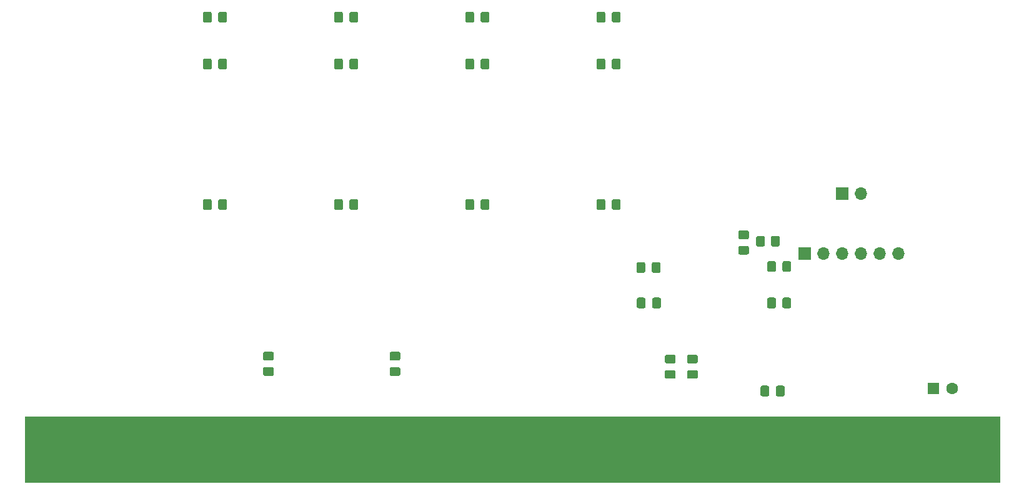
<source format=gbr>
G04 #@! TF.GenerationSoftware,KiCad,Pcbnew,(5.1.5-0-10_14)*
G04 #@! TF.CreationDate,2021-05-20T16:22:00+02:00*
G04 #@! TF.ProjectId,GottaGoFastZ2,476f7474-6147-46f4-9661-73745a322e6b,rev?*
G04 #@! TF.SameCoordinates,Original*
G04 #@! TF.FileFunction,Soldermask,Bot*
G04 #@! TF.FilePolarity,Negative*
%FSLAX46Y46*%
G04 Gerber Fmt 4.6, Leading zero omitted, Abs format (unit mm)*
G04 Created by KiCad (PCBNEW (5.1.5-0-10_14)) date 2021-05-20 16:22:00*
%MOMM*%
%LPD*%
G04 APERTURE LIST*
%ADD10C,0.100000*%
%ADD11O,1.700000X1.700000*%
%ADD12R,1.700000X1.700000*%
%ADD13R,1.524000X7.500000*%
%ADD14C,1.600000*%
%ADD15R,1.600000X1.600000*%
G04 APERTURE END LIST*
D10*
G36*
X213106000Y-120396000D02*
G01*
X81026000Y-120396000D01*
X81026000Y-111506000D01*
X213106000Y-111506000D01*
X213106000Y-120396000D01*
G37*
X213106000Y-120396000D02*
X81026000Y-120396000D01*
X81026000Y-111506000D01*
X213106000Y-111506000D01*
X213106000Y-120396000D01*
G36*
X181696504Y-107353204D02*
G01*
X181720773Y-107356804D01*
X181744571Y-107362765D01*
X181767671Y-107371030D01*
X181789849Y-107381520D01*
X181810893Y-107394133D01*
X181830598Y-107408747D01*
X181848777Y-107425223D01*
X181865253Y-107443402D01*
X181879867Y-107463107D01*
X181892480Y-107484151D01*
X181902970Y-107506329D01*
X181911235Y-107529429D01*
X181917196Y-107553227D01*
X181920796Y-107577496D01*
X181922000Y-107602000D01*
X181922000Y-108552000D01*
X181920796Y-108576504D01*
X181917196Y-108600773D01*
X181911235Y-108624571D01*
X181902970Y-108647671D01*
X181892480Y-108669849D01*
X181879867Y-108690893D01*
X181865253Y-108710598D01*
X181848777Y-108728777D01*
X181830598Y-108745253D01*
X181810893Y-108759867D01*
X181789849Y-108772480D01*
X181767671Y-108782970D01*
X181744571Y-108791235D01*
X181720773Y-108797196D01*
X181696504Y-108800796D01*
X181672000Y-108802000D01*
X180997000Y-108802000D01*
X180972496Y-108800796D01*
X180948227Y-108797196D01*
X180924429Y-108791235D01*
X180901329Y-108782970D01*
X180879151Y-108772480D01*
X180858107Y-108759867D01*
X180838402Y-108745253D01*
X180820223Y-108728777D01*
X180803747Y-108710598D01*
X180789133Y-108690893D01*
X180776520Y-108669849D01*
X180766030Y-108647671D01*
X180757765Y-108624571D01*
X180751804Y-108600773D01*
X180748204Y-108576504D01*
X180747000Y-108552000D01*
X180747000Y-107602000D01*
X180748204Y-107577496D01*
X180751804Y-107553227D01*
X180757765Y-107529429D01*
X180766030Y-107506329D01*
X180776520Y-107484151D01*
X180789133Y-107463107D01*
X180803747Y-107443402D01*
X180820223Y-107425223D01*
X180838402Y-107408747D01*
X180858107Y-107394133D01*
X180879151Y-107381520D01*
X180901329Y-107371030D01*
X180924429Y-107362765D01*
X180948227Y-107356804D01*
X180972496Y-107353204D01*
X180997000Y-107352000D01*
X181672000Y-107352000D01*
X181696504Y-107353204D01*
G37*
G36*
X183771504Y-107353204D02*
G01*
X183795773Y-107356804D01*
X183819571Y-107362765D01*
X183842671Y-107371030D01*
X183864849Y-107381520D01*
X183885893Y-107394133D01*
X183905598Y-107408747D01*
X183923777Y-107425223D01*
X183940253Y-107443402D01*
X183954867Y-107463107D01*
X183967480Y-107484151D01*
X183977970Y-107506329D01*
X183986235Y-107529429D01*
X183992196Y-107553227D01*
X183995796Y-107577496D01*
X183997000Y-107602000D01*
X183997000Y-108552000D01*
X183995796Y-108576504D01*
X183992196Y-108600773D01*
X183986235Y-108624571D01*
X183977970Y-108647671D01*
X183967480Y-108669849D01*
X183954867Y-108690893D01*
X183940253Y-108710598D01*
X183923777Y-108728777D01*
X183905598Y-108745253D01*
X183885893Y-108759867D01*
X183864849Y-108772480D01*
X183842671Y-108782970D01*
X183819571Y-108791235D01*
X183795773Y-108797196D01*
X183771504Y-108800796D01*
X183747000Y-108802000D01*
X183072000Y-108802000D01*
X183047496Y-108800796D01*
X183023227Y-108797196D01*
X182999429Y-108791235D01*
X182976329Y-108782970D01*
X182954151Y-108772480D01*
X182933107Y-108759867D01*
X182913402Y-108745253D01*
X182895223Y-108728777D01*
X182878747Y-108710598D01*
X182864133Y-108690893D01*
X182851520Y-108669849D01*
X182841030Y-108647671D01*
X182832765Y-108624571D01*
X182826804Y-108600773D01*
X182823204Y-108576504D01*
X182822000Y-108552000D01*
X182822000Y-107602000D01*
X182823204Y-107577496D01*
X182826804Y-107553227D01*
X182832765Y-107529429D01*
X182841030Y-107506329D01*
X182851520Y-107484151D01*
X182864133Y-107463107D01*
X182878747Y-107443402D01*
X182895223Y-107425223D01*
X182913402Y-107408747D01*
X182933107Y-107394133D01*
X182954151Y-107381520D01*
X182976329Y-107371030D01*
X182999429Y-107362765D01*
X183023227Y-107356804D01*
X183047496Y-107353204D01*
X183072000Y-107352000D01*
X183747000Y-107352000D01*
X183771504Y-107353204D01*
G37*
G36*
X183116585Y-87078524D02*
G01*
X183140853Y-87082124D01*
X183164652Y-87088085D01*
X183187751Y-87096350D01*
X183209930Y-87106840D01*
X183230973Y-87119452D01*
X183250679Y-87134067D01*
X183268857Y-87150543D01*
X183285333Y-87168721D01*
X183299948Y-87188427D01*
X183312560Y-87209470D01*
X183323050Y-87231649D01*
X183331315Y-87254748D01*
X183337276Y-87278547D01*
X183340876Y-87302815D01*
X183342080Y-87327319D01*
X183342080Y-88227321D01*
X183340876Y-88251825D01*
X183337276Y-88276093D01*
X183331315Y-88299892D01*
X183323050Y-88322991D01*
X183312560Y-88345170D01*
X183299948Y-88366213D01*
X183285333Y-88385919D01*
X183268857Y-88404097D01*
X183250679Y-88420573D01*
X183230973Y-88435188D01*
X183209930Y-88447800D01*
X183187751Y-88458290D01*
X183164652Y-88466555D01*
X183140853Y-88472516D01*
X183116585Y-88476116D01*
X183092081Y-88477320D01*
X182392079Y-88477320D01*
X182367575Y-88476116D01*
X182343307Y-88472516D01*
X182319508Y-88466555D01*
X182296409Y-88458290D01*
X182274230Y-88447800D01*
X182253187Y-88435188D01*
X182233481Y-88420573D01*
X182215303Y-88404097D01*
X182198827Y-88385919D01*
X182184212Y-88366213D01*
X182171600Y-88345170D01*
X182161110Y-88322991D01*
X182152845Y-88299892D01*
X182146884Y-88276093D01*
X182143284Y-88251825D01*
X182142080Y-88227321D01*
X182142080Y-87327319D01*
X182143284Y-87302815D01*
X182146884Y-87278547D01*
X182152845Y-87254748D01*
X182161110Y-87231649D01*
X182171600Y-87209470D01*
X182184212Y-87188427D01*
X182198827Y-87168721D01*
X182215303Y-87150543D01*
X182233481Y-87134067D01*
X182253187Y-87119452D01*
X182274230Y-87106840D01*
X182296409Y-87096350D01*
X182319508Y-87088085D01*
X182343307Y-87082124D01*
X182367575Y-87078524D01*
X182392079Y-87077320D01*
X183092081Y-87077320D01*
X183116585Y-87078524D01*
G37*
G36*
X181116585Y-87078524D02*
G01*
X181140853Y-87082124D01*
X181164652Y-87088085D01*
X181187751Y-87096350D01*
X181209930Y-87106840D01*
X181230973Y-87119452D01*
X181250679Y-87134067D01*
X181268857Y-87150543D01*
X181285333Y-87168721D01*
X181299948Y-87188427D01*
X181312560Y-87209470D01*
X181323050Y-87231649D01*
X181331315Y-87254748D01*
X181337276Y-87278547D01*
X181340876Y-87302815D01*
X181342080Y-87327319D01*
X181342080Y-88227321D01*
X181340876Y-88251825D01*
X181337276Y-88276093D01*
X181331315Y-88299892D01*
X181323050Y-88322991D01*
X181312560Y-88345170D01*
X181299948Y-88366213D01*
X181285333Y-88385919D01*
X181268857Y-88404097D01*
X181250679Y-88420573D01*
X181230973Y-88435188D01*
X181209930Y-88447800D01*
X181187751Y-88458290D01*
X181164652Y-88466555D01*
X181140853Y-88472516D01*
X181116585Y-88476116D01*
X181092081Y-88477320D01*
X180392079Y-88477320D01*
X180367575Y-88476116D01*
X180343307Y-88472516D01*
X180319508Y-88466555D01*
X180296409Y-88458290D01*
X180274230Y-88447800D01*
X180253187Y-88435188D01*
X180233481Y-88420573D01*
X180215303Y-88404097D01*
X180198827Y-88385919D01*
X180184212Y-88366213D01*
X180171600Y-88345170D01*
X180161110Y-88322991D01*
X180152845Y-88299892D01*
X180146884Y-88276093D01*
X180143284Y-88251825D01*
X180142080Y-88227321D01*
X180142080Y-87327319D01*
X180143284Y-87302815D01*
X180146884Y-87278547D01*
X180152845Y-87254748D01*
X180161110Y-87231649D01*
X180171600Y-87209470D01*
X180184212Y-87188427D01*
X180198827Y-87168721D01*
X180215303Y-87150543D01*
X180233481Y-87134067D01*
X180253187Y-87119452D01*
X180274230Y-87106840D01*
X180296409Y-87096350D01*
X180319508Y-87088085D01*
X180343307Y-87082124D01*
X180367575Y-87078524D01*
X180392079Y-87077320D01*
X181092081Y-87077320D01*
X181116585Y-87078524D01*
G37*
D11*
X194360800Y-81280000D03*
D12*
X191820800Y-81280000D03*
D13*
X84836000Y-115316000D03*
X87376000Y-115316000D03*
X89916000Y-115316000D03*
X92456000Y-115316000D03*
X94996000Y-115316000D03*
X97536000Y-115316000D03*
X100076000Y-115316000D03*
X102616000Y-115316000D03*
X105156000Y-115316000D03*
X107696000Y-115316000D03*
X110236000Y-115316000D03*
X112776000Y-115316000D03*
X115316000Y-115316000D03*
X117856000Y-115316000D03*
X120396000Y-115316000D03*
X122936000Y-115316000D03*
X125476000Y-115316000D03*
X128016000Y-115316000D03*
X130556000Y-115316000D03*
X133096000Y-115316000D03*
X135636000Y-115316000D03*
X138176000Y-115316000D03*
X140716000Y-115316000D03*
X143256000Y-115316000D03*
X145796000Y-115316000D03*
X148336000Y-115316000D03*
X150876000Y-115316000D03*
X153416000Y-115316000D03*
X155956000Y-115316000D03*
X158496000Y-115316000D03*
X161036000Y-115316000D03*
X163576000Y-115316000D03*
X166116000Y-115316000D03*
X168656000Y-115316000D03*
X171196000Y-115316000D03*
X173736000Y-115316000D03*
X176276000Y-115316000D03*
X178816000Y-115316000D03*
X181356000Y-115316000D03*
X183896000Y-115316000D03*
X186436000Y-115316000D03*
X188976000Y-115316000D03*
X191516000Y-115316000D03*
X194056000Y-115316000D03*
X196596000Y-115316000D03*
X199136000Y-115316000D03*
X201676000Y-115316000D03*
X204216000Y-115316000D03*
X206756000Y-115316000D03*
X209296000Y-115316000D03*
D11*
X199440800Y-89484200D03*
X196900800Y-89484200D03*
X194360800Y-89484200D03*
X191820800Y-89484200D03*
X189280800Y-89484200D03*
D12*
X186740800Y-89484200D03*
D10*
G36*
X164886784Y-90614604D02*
G01*
X164911053Y-90618204D01*
X164934851Y-90624165D01*
X164957951Y-90632430D01*
X164980129Y-90642920D01*
X165001173Y-90655533D01*
X165020878Y-90670147D01*
X165039057Y-90686623D01*
X165055533Y-90704802D01*
X165070147Y-90724507D01*
X165082760Y-90745551D01*
X165093250Y-90767729D01*
X165101515Y-90790829D01*
X165107476Y-90814627D01*
X165111076Y-90838896D01*
X165112280Y-90863400D01*
X165112280Y-91813400D01*
X165111076Y-91837904D01*
X165107476Y-91862173D01*
X165101515Y-91885971D01*
X165093250Y-91909071D01*
X165082760Y-91931249D01*
X165070147Y-91952293D01*
X165055533Y-91971998D01*
X165039057Y-91990177D01*
X165020878Y-92006653D01*
X165001173Y-92021267D01*
X164980129Y-92033880D01*
X164957951Y-92044370D01*
X164934851Y-92052635D01*
X164911053Y-92058596D01*
X164886784Y-92062196D01*
X164862280Y-92063400D01*
X164187280Y-92063400D01*
X164162776Y-92062196D01*
X164138507Y-92058596D01*
X164114709Y-92052635D01*
X164091609Y-92044370D01*
X164069431Y-92033880D01*
X164048387Y-92021267D01*
X164028682Y-92006653D01*
X164010503Y-91990177D01*
X163994027Y-91971998D01*
X163979413Y-91952293D01*
X163966800Y-91931249D01*
X163956310Y-91909071D01*
X163948045Y-91885971D01*
X163942084Y-91862173D01*
X163938484Y-91837904D01*
X163937280Y-91813400D01*
X163937280Y-90863400D01*
X163938484Y-90838896D01*
X163942084Y-90814627D01*
X163948045Y-90790829D01*
X163956310Y-90767729D01*
X163966800Y-90745551D01*
X163979413Y-90724507D01*
X163994027Y-90704802D01*
X164010503Y-90686623D01*
X164028682Y-90670147D01*
X164048387Y-90655533D01*
X164069431Y-90642920D01*
X164091609Y-90632430D01*
X164114709Y-90624165D01*
X164138507Y-90618204D01*
X164162776Y-90614604D01*
X164187280Y-90613400D01*
X164862280Y-90613400D01*
X164886784Y-90614604D01*
G37*
G36*
X166961784Y-90614604D02*
G01*
X166986053Y-90618204D01*
X167009851Y-90624165D01*
X167032951Y-90632430D01*
X167055129Y-90642920D01*
X167076173Y-90655533D01*
X167095878Y-90670147D01*
X167114057Y-90686623D01*
X167130533Y-90704802D01*
X167145147Y-90724507D01*
X167157760Y-90745551D01*
X167168250Y-90767729D01*
X167176515Y-90790829D01*
X167182476Y-90814627D01*
X167186076Y-90838896D01*
X167187280Y-90863400D01*
X167187280Y-91813400D01*
X167186076Y-91837904D01*
X167182476Y-91862173D01*
X167176515Y-91885971D01*
X167168250Y-91909071D01*
X167157760Y-91931249D01*
X167145147Y-91952293D01*
X167130533Y-91971998D01*
X167114057Y-91990177D01*
X167095878Y-92006653D01*
X167076173Y-92021267D01*
X167055129Y-92033880D01*
X167032951Y-92044370D01*
X167009851Y-92052635D01*
X166986053Y-92058596D01*
X166961784Y-92062196D01*
X166937280Y-92063400D01*
X166262280Y-92063400D01*
X166237776Y-92062196D01*
X166213507Y-92058596D01*
X166189709Y-92052635D01*
X166166609Y-92044370D01*
X166144431Y-92033880D01*
X166123387Y-92021267D01*
X166103682Y-92006653D01*
X166085503Y-91990177D01*
X166069027Y-91971998D01*
X166054413Y-91952293D01*
X166041800Y-91931249D01*
X166031310Y-91909071D01*
X166023045Y-91885971D01*
X166017084Y-91862173D01*
X166013484Y-91837904D01*
X166012280Y-91813400D01*
X166012280Y-90863400D01*
X166013484Y-90838896D01*
X166017084Y-90814627D01*
X166023045Y-90790829D01*
X166031310Y-90767729D01*
X166041800Y-90745551D01*
X166054413Y-90724507D01*
X166069027Y-90704802D01*
X166085503Y-90686623D01*
X166103682Y-90670147D01*
X166123387Y-90655533D01*
X166144431Y-90642920D01*
X166166609Y-90632430D01*
X166189709Y-90624165D01*
X166213507Y-90618204D01*
X166237776Y-90614604D01*
X166262280Y-90613400D01*
X166937280Y-90613400D01*
X166961784Y-90614604D01*
G37*
G36*
X161546504Y-82080204D02*
G01*
X161570773Y-82083804D01*
X161594571Y-82089765D01*
X161617671Y-82098030D01*
X161639849Y-82108520D01*
X161660893Y-82121133D01*
X161680598Y-82135747D01*
X161698777Y-82152223D01*
X161715253Y-82170402D01*
X161729867Y-82190107D01*
X161742480Y-82211151D01*
X161752970Y-82233329D01*
X161761235Y-82256429D01*
X161767196Y-82280227D01*
X161770796Y-82304496D01*
X161772000Y-82329000D01*
X161772000Y-83279000D01*
X161770796Y-83303504D01*
X161767196Y-83327773D01*
X161761235Y-83351571D01*
X161752970Y-83374671D01*
X161742480Y-83396849D01*
X161729867Y-83417893D01*
X161715253Y-83437598D01*
X161698777Y-83455777D01*
X161680598Y-83472253D01*
X161660893Y-83486867D01*
X161639849Y-83499480D01*
X161617671Y-83509970D01*
X161594571Y-83518235D01*
X161570773Y-83524196D01*
X161546504Y-83527796D01*
X161522000Y-83529000D01*
X160847000Y-83529000D01*
X160822496Y-83527796D01*
X160798227Y-83524196D01*
X160774429Y-83518235D01*
X160751329Y-83509970D01*
X160729151Y-83499480D01*
X160708107Y-83486867D01*
X160688402Y-83472253D01*
X160670223Y-83455777D01*
X160653747Y-83437598D01*
X160639133Y-83417893D01*
X160626520Y-83396849D01*
X160616030Y-83374671D01*
X160607765Y-83351571D01*
X160601804Y-83327773D01*
X160598204Y-83303504D01*
X160597000Y-83279000D01*
X160597000Y-82329000D01*
X160598204Y-82304496D01*
X160601804Y-82280227D01*
X160607765Y-82256429D01*
X160616030Y-82233329D01*
X160626520Y-82211151D01*
X160639133Y-82190107D01*
X160653747Y-82170402D01*
X160670223Y-82152223D01*
X160688402Y-82135747D01*
X160708107Y-82121133D01*
X160729151Y-82108520D01*
X160751329Y-82098030D01*
X160774429Y-82089765D01*
X160798227Y-82083804D01*
X160822496Y-82080204D01*
X160847000Y-82079000D01*
X161522000Y-82079000D01*
X161546504Y-82080204D01*
G37*
G36*
X159471504Y-82080204D02*
G01*
X159495773Y-82083804D01*
X159519571Y-82089765D01*
X159542671Y-82098030D01*
X159564849Y-82108520D01*
X159585893Y-82121133D01*
X159605598Y-82135747D01*
X159623777Y-82152223D01*
X159640253Y-82170402D01*
X159654867Y-82190107D01*
X159667480Y-82211151D01*
X159677970Y-82233329D01*
X159686235Y-82256429D01*
X159692196Y-82280227D01*
X159695796Y-82304496D01*
X159697000Y-82329000D01*
X159697000Y-83279000D01*
X159695796Y-83303504D01*
X159692196Y-83327773D01*
X159686235Y-83351571D01*
X159677970Y-83374671D01*
X159667480Y-83396849D01*
X159654867Y-83417893D01*
X159640253Y-83437598D01*
X159623777Y-83455777D01*
X159605598Y-83472253D01*
X159585893Y-83486867D01*
X159564849Y-83499480D01*
X159542671Y-83509970D01*
X159519571Y-83518235D01*
X159495773Y-83524196D01*
X159471504Y-83527796D01*
X159447000Y-83529000D01*
X158772000Y-83529000D01*
X158747496Y-83527796D01*
X158723227Y-83524196D01*
X158699429Y-83518235D01*
X158676329Y-83509970D01*
X158654151Y-83499480D01*
X158633107Y-83486867D01*
X158613402Y-83472253D01*
X158595223Y-83455777D01*
X158578747Y-83437598D01*
X158564133Y-83417893D01*
X158551520Y-83396849D01*
X158541030Y-83374671D01*
X158532765Y-83351571D01*
X158526804Y-83327773D01*
X158523204Y-83303504D01*
X158522000Y-83279000D01*
X158522000Y-82329000D01*
X158523204Y-82304496D01*
X158526804Y-82280227D01*
X158532765Y-82256429D01*
X158541030Y-82233329D01*
X158551520Y-82211151D01*
X158564133Y-82190107D01*
X158578747Y-82170402D01*
X158595223Y-82152223D01*
X158613402Y-82135747D01*
X158633107Y-82121133D01*
X158654151Y-82108520D01*
X158676329Y-82098030D01*
X158699429Y-82089765D01*
X158723227Y-82083804D01*
X158747496Y-82080204D01*
X158772000Y-82079000D01*
X159447000Y-82079000D01*
X159471504Y-82080204D01*
G37*
G36*
X161546504Y-63030204D02*
G01*
X161570773Y-63033804D01*
X161594571Y-63039765D01*
X161617671Y-63048030D01*
X161639849Y-63058520D01*
X161660893Y-63071133D01*
X161680598Y-63085747D01*
X161698777Y-63102223D01*
X161715253Y-63120402D01*
X161729867Y-63140107D01*
X161742480Y-63161151D01*
X161752970Y-63183329D01*
X161761235Y-63206429D01*
X161767196Y-63230227D01*
X161770796Y-63254496D01*
X161772000Y-63279000D01*
X161772000Y-64229000D01*
X161770796Y-64253504D01*
X161767196Y-64277773D01*
X161761235Y-64301571D01*
X161752970Y-64324671D01*
X161742480Y-64346849D01*
X161729867Y-64367893D01*
X161715253Y-64387598D01*
X161698777Y-64405777D01*
X161680598Y-64422253D01*
X161660893Y-64436867D01*
X161639849Y-64449480D01*
X161617671Y-64459970D01*
X161594571Y-64468235D01*
X161570773Y-64474196D01*
X161546504Y-64477796D01*
X161522000Y-64479000D01*
X160847000Y-64479000D01*
X160822496Y-64477796D01*
X160798227Y-64474196D01*
X160774429Y-64468235D01*
X160751329Y-64459970D01*
X160729151Y-64449480D01*
X160708107Y-64436867D01*
X160688402Y-64422253D01*
X160670223Y-64405777D01*
X160653747Y-64387598D01*
X160639133Y-64367893D01*
X160626520Y-64346849D01*
X160616030Y-64324671D01*
X160607765Y-64301571D01*
X160601804Y-64277773D01*
X160598204Y-64253504D01*
X160597000Y-64229000D01*
X160597000Y-63279000D01*
X160598204Y-63254496D01*
X160601804Y-63230227D01*
X160607765Y-63206429D01*
X160616030Y-63183329D01*
X160626520Y-63161151D01*
X160639133Y-63140107D01*
X160653747Y-63120402D01*
X160670223Y-63102223D01*
X160688402Y-63085747D01*
X160708107Y-63071133D01*
X160729151Y-63058520D01*
X160751329Y-63048030D01*
X160774429Y-63039765D01*
X160798227Y-63033804D01*
X160822496Y-63030204D01*
X160847000Y-63029000D01*
X161522000Y-63029000D01*
X161546504Y-63030204D01*
G37*
G36*
X159471504Y-63030204D02*
G01*
X159495773Y-63033804D01*
X159519571Y-63039765D01*
X159542671Y-63048030D01*
X159564849Y-63058520D01*
X159585893Y-63071133D01*
X159605598Y-63085747D01*
X159623777Y-63102223D01*
X159640253Y-63120402D01*
X159654867Y-63140107D01*
X159667480Y-63161151D01*
X159677970Y-63183329D01*
X159686235Y-63206429D01*
X159692196Y-63230227D01*
X159695796Y-63254496D01*
X159697000Y-63279000D01*
X159697000Y-64229000D01*
X159695796Y-64253504D01*
X159692196Y-64277773D01*
X159686235Y-64301571D01*
X159677970Y-64324671D01*
X159667480Y-64346849D01*
X159654867Y-64367893D01*
X159640253Y-64387598D01*
X159623777Y-64405777D01*
X159605598Y-64422253D01*
X159585893Y-64436867D01*
X159564849Y-64449480D01*
X159542671Y-64459970D01*
X159519571Y-64468235D01*
X159495773Y-64474196D01*
X159471504Y-64477796D01*
X159447000Y-64479000D01*
X158772000Y-64479000D01*
X158747496Y-64477796D01*
X158723227Y-64474196D01*
X158699429Y-64468235D01*
X158676329Y-64459970D01*
X158654151Y-64449480D01*
X158633107Y-64436867D01*
X158613402Y-64422253D01*
X158595223Y-64405777D01*
X158578747Y-64387598D01*
X158564133Y-64367893D01*
X158551520Y-64346849D01*
X158541030Y-64324671D01*
X158532765Y-64301571D01*
X158526804Y-64277773D01*
X158523204Y-64253504D01*
X158522000Y-64229000D01*
X158522000Y-63279000D01*
X158523204Y-63254496D01*
X158526804Y-63230227D01*
X158532765Y-63206429D01*
X158541030Y-63183329D01*
X158551520Y-63161151D01*
X158564133Y-63140107D01*
X158578747Y-63120402D01*
X158595223Y-63102223D01*
X158613402Y-63085747D01*
X158633107Y-63071133D01*
X158654151Y-63058520D01*
X158676329Y-63048030D01*
X158699429Y-63039765D01*
X158723227Y-63033804D01*
X158747496Y-63030204D01*
X158772000Y-63029000D01*
X159447000Y-63029000D01*
X159471504Y-63030204D01*
G37*
G36*
X168998024Y-105241444D02*
G01*
X169022293Y-105245044D01*
X169046091Y-105251005D01*
X169069191Y-105259270D01*
X169091369Y-105269760D01*
X169112413Y-105282373D01*
X169132118Y-105296987D01*
X169150297Y-105313463D01*
X169166773Y-105331642D01*
X169181387Y-105351347D01*
X169194000Y-105372391D01*
X169204490Y-105394569D01*
X169212755Y-105417669D01*
X169218716Y-105441467D01*
X169222316Y-105465736D01*
X169223520Y-105490240D01*
X169223520Y-106165240D01*
X169222316Y-106189744D01*
X169218716Y-106214013D01*
X169212755Y-106237811D01*
X169204490Y-106260911D01*
X169194000Y-106283089D01*
X169181387Y-106304133D01*
X169166773Y-106323838D01*
X169150297Y-106342017D01*
X169132118Y-106358493D01*
X169112413Y-106373107D01*
X169091369Y-106385720D01*
X169069191Y-106396210D01*
X169046091Y-106404475D01*
X169022293Y-106410436D01*
X168998024Y-106414036D01*
X168973520Y-106415240D01*
X168023520Y-106415240D01*
X167999016Y-106414036D01*
X167974747Y-106410436D01*
X167950949Y-106404475D01*
X167927849Y-106396210D01*
X167905671Y-106385720D01*
X167884627Y-106373107D01*
X167864922Y-106358493D01*
X167846743Y-106342017D01*
X167830267Y-106323838D01*
X167815653Y-106304133D01*
X167803040Y-106283089D01*
X167792550Y-106260911D01*
X167784285Y-106237811D01*
X167778324Y-106214013D01*
X167774724Y-106189744D01*
X167773520Y-106165240D01*
X167773520Y-105490240D01*
X167774724Y-105465736D01*
X167778324Y-105441467D01*
X167784285Y-105417669D01*
X167792550Y-105394569D01*
X167803040Y-105372391D01*
X167815653Y-105351347D01*
X167830267Y-105331642D01*
X167846743Y-105313463D01*
X167864922Y-105296987D01*
X167884627Y-105282373D01*
X167905671Y-105269760D01*
X167927849Y-105259270D01*
X167950949Y-105251005D01*
X167974747Y-105245044D01*
X167999016Y-105241444D01*
X168023520Y-105240240D01*
X168973520Y-105240240D01*
X168998024Y-105241444D01*
G37*
G36*
X168998024Y-103166444D02*
G01*
X169022293Y-103170044D01*
X169046091Y-103176005D01*
X169069191Y-103184270D01*
X169091369Y-103194760D01*
X169112413Y-103207373D01*
X169132118Y-103221987D01*
X169150297Y-103238463D01*
X169166773Y-103256642D01*
X169181387Y-103276347D01*
X169194000Y-103297391D01*
X169204490Y-103319569D01*
X169212755Y-103342669D01*
X169218716Y-103366467D01*
X169222316Y-103390736D01*
X169223520Y-103415240D01*
X169223520Y-104090240D01*
X169222316Y-104114744D01*
X169218716Y-104139013D01*
X169212755Y-104162811D01*
X169204490Y-104185911D01*
X169194000Y-104208089D01*
X169181387Y-104229133D01*
X169166773Y-104248838D01*
X169150297Y-104267017D01*
X169132118Y-104283493D01*
X169112413Y-104298107D01*
X169091369Y-104310720D01*
X169069191Y-104321210D01*
X169046091Y-104329475D01*
X169022293Y-104335436D01*
X168998024Y-104339036D01*
X168973520Y-104340240D01*
X168023520Y-104340240D01*
X167999016Y-104339036D01*
X167974747Y-104335436D01*
X167950949Y-104329475D01*
X167927849Y-104321210D01*
X167905671Y-104310720D01*
X167884627Y-104298107D01*
X167864922Y-104283493D01*
X167846743Y-104267017D01*
X167830267Y-104248838D01*
X167815653Y-104229133D01*
X167803040Y-104208089D01*
X167792550Y-104185911D01*
X167784285Y-104162811D01*
X167778324Y-104139013D01*
X167774724Y-104114744D01*
X167773520Y-104090240D01*
X167773520Y-103415240D01*
X167774724Y-103390736D01*
X167778324Y-103366467D01*
X167784285Y-103342669D01*
X167792550Y-103319569D01*
X167803040Y-103297391D01*
X167815653Y-103276347D01*
X167830267Y-103256642D01*
X167846743Y-103238463D01*
X167864922Y-103221987D01*
X167884627Y-103207373D01*
X167905671Y-103194760D01*
X167927849Y-103184270D01*
X167950949Y-103176005D01*
X167974747Y-103170044D01*
X167999016Y-103166444D01*
X168023520Y-103165240D01*
X168973520Y-103165240D01*
X168998024Y-103166444D01*
G37*
G36*
X161546504Y-56680204D02*
G01*
X161570773Y-56683804D01*
X161594571Y-56689765D01*
X161617671Y-56698030D01*
X161639849Y-56708520D01*
X161660893Y-56721133D01*
X161680598Y-56735747D01*
X161698777Y-56752223D01*
X161715253Y-56770402D01*
X161729867Y-56790107D01*
X161742480Y-56811151D01*
X161752970Y-56833329D01*
X161761235Y-56856429D01*
X161767196Y-56880227D01*
X161770796Y-56904496D01*
X161772000Y-56929000D01*
X161772000Y-57879000D01*
X161770796Y-57903504D01*
X161767196Y-57927773D01*
X161761235Y-57951571D01*
X161752970Y-57974671D01*
X161742480Y-57996849D01*
X161729867Y-58017893D01*
X161715253Y-58037598D01*
X161698777Y-58055777D01*
X161680598Y-58072253D01*
X161660893Y-58086867D01*
X161639849Y-58099480D01*
X161617671Y-58109970D01*
X161594571Y-58118235D01*
X161570773Y-58124196D01*
X161546504Y-58127796D01*
X161522000Y-58129000D01*
X160847000Y-58129000D01*
X160822496Y-58127796D01*
X160798227Y-58124196D01*
X160774429Y-58118235D01*
X160751329Y-58109970D01*
X160729151Y-58099480D01*
X160708107Y-58086867D01*
X160688402Y-58072253D01*
X160670223Y-58055777D01*
X160653747Y-58037598D01*
X160639133Y-58017893D01*
X160626520Y-57996849D01*
X160616030Y-57974671D01*
X160607765Y-57951571D01*
X160601804Y-57927773D01*
X160598204Y-57903504D01*
X160597000Y-57879000D01*
X160597000Y-56929000D01*
X160598204Y-56904496D01*
X160601804Y-56880227D01*
X160607765Y-56856429D01*
X160616030Y-56833329D01*
X160626520Y-56811151D01*
X160639133Y-56790107D01*
X160653747Y-56770402D01*
X160670223Y-56752223D01*
X160688402Y-56735747D01*
X160708107Y-56721133D01*
X160729151Y-56708520D01*
X160751329Y-56698030D01*
X160774429Y-56689765D01*
X160798227Y-56683804D01*
X160822496Y-56680204D01*
X160847000Y-56679000D01*
X161522000Y-56679000D01*
X161546504Y-56680204D01*
G37*
G36*
X159471504Y-56680204D02*
G01*
X159495773Y-56683804D01*
X159519571Y-56689765D01*
X159542671Y-56698030D01*
X159564849Y-56708520D01*
X159585893Y-56721133D01*
X159605598Y-56735747D01*
X159623777Y-56752223D01*
X159640253Y-56770402D01*
X159654867Y-56790107D01*
X159667480Y-56811151D01*
X159677970Y-56833329D01*
X159686235Y-56856429D01*
X159692196Y-56880227D01*
X159695796Y-56904496D01*
X159697000Y-56929000D01*
X159697000Y-57879000D01*
X159695796Y-57903504D01*
X159692196Y-57927773D01*
X159686235Y-57951571D01*
X159677970Y-57974671D01*
X159667480Y-57996849D01*
X159654867Y-58017893D01*
X159640253Y-58037598D01*
X159623777Y-58055777D01*
X159605598Y-58072253D01*
X159585893Y-58086867D01*
X159564849Y-58099480D01*
X159542671Y-58109970D01*
X159519571Y-58118235D01*
X159495773Y-58124196D01*
X159471504Y-58127796D01*
X159447000Y-58129000D01*
X158772000Y-58129000D01*
X158747496Y-58127796D01*
X158723227Y-58124196D01*
X158699429Y-58118235D01*
X158676329Y-58109970D01*
X158654151Y-58099480D01*
X158633107Y-58086867D01*
X158613402Y-58072253D01*
X158595223Y-58055777D01*
X158578747Y-58037598D01*
X158564133Y-58017893D01*
X158551520Y-57996849D01*
X158541030Y-57974671D01*
X158532765Y-57951571D01*
X158526804Y-57927773D01*
X158523204Y-57903504D01*
X158522000Y-57879000D01*
X158522000Y-56929000D01*
X158523204Y-56904496D01*
X158526804Y-56880227D01*
X158532765Y-56856429D01*
X158541030Y-56833329D01*
X158551520Y-56811151D01*
X158564133Y-56790107D01*
X158578747Y-56770402D01*
X158595223Y-56752223D01*
X158613402Y-56735747D01*
X158633107Y-56721133D01*
X158654151Y-56708520D01*
X158676329Y-56698030D01*
X158699429Y-56689765D01*
X158723227Y-56683804D01*
X158747496Y-56680204D01*
X158772000Y-56679000D01*
X159447000Y-56679000D01*
X159471504Y-56680204D01*
G37*
G36*
X143766504Y-82080204D02*
G01*
X143790773Y-82083804D01*
X143814571Y-82089765D01*
X143837671Y-82098030D01*
X143859849Y-82108520D01*
X143880893Y-82121133D01*
X143900598Y-82135747D01*
X143918777Y-82152223D01*
X143935253Y-82170402D01*
X143949867Y-82190107D01*
X143962480Y-82211151D01*
X143972970Y-82233329D01*
X143981235Y-82256429D01*
X143987196Y-82280227D01*
X143990796Y-82304496D01*
X143992000Y-82329000D01*
X143992000Y-83279000D01*
X143990796Y-83303504D01*
X143987196Y-83327773D01*
X143981235Y-83351571D01*
X143972970Y-83374671D01*
X143962480Y-83396849D01*
X143949867Y-83417893D01*
X143935253Y-83437598D01*
X143918777Y-83455777D01*
X143900598Y-83472253D01*
X143880893Y-83486867D01*
X143859849Y-83499480D01*
X143837671Y-83509970D01*
X143814571Y-83518235D01*
X143790773Y-83524196D01*
X143766504Y-83527796D01*
X143742000Y-83529000D01*
X143067000Y-83529000D01*
X143042496Y-83527796D01*
X143018227Y-83524196D01*
X142994429Y-83518235D01*
X142971329Y-83509970D01*
X142949151Y-83499480D01*
X142928107Y-83486867D01*
X142908402Y-83472253D01*
X142890223Y-83455777D01*
X142873747Y-83437598D01*
X142859133Y-83417893D01*
X142846520Y-83396849D01*
X142836030Y-83374671D01*
X142827765Y-83351571D01*
X142821804Y-83327773D01*
X142818204Y-83303504D01*
X142817000Y-83279000D01*
X142817000Y-82329000D01*
X142818204Y-82304496D01*
X142821804Y-82280227D01*
X142827765Y-82256429D01*
X142836030Y-82233329D01*
X142846520Y-82211151D01*
X142859133Y-82190107D01*
X142873747Y-82170402D01*
X142890223Y-82152223D01*
X142908402Y-82135747D01*
X142928107Y-82121133D01*
X142949151Y-82108520D01*
X142971329Y-82098030D01*
X142994429Y-82089765D01*
X143018227Y-82083804D01*
X143042496Y-82080204D01*
X143067000Y-82079000D01*
X143742000Y-82079000D01*
X143766504Y-82080204D01*
G37*
G36*
X141691504Y-82080204D02*
G01*
X141715773Y-82083804D01*
X141739571Y-82089765D01*
X141762671Y-82098030D01*
X141784849Y-82108520D01*
X141805893Y-82121133D01*
X141825598Y-82135747D01*
X141843777Y-82152223D01*
X141860253Y-82170402D01*
X141874867Y-82190107D01*
X141887480Y-82211151D01*
X141897970Y-82233329D01*
X141906235Y-82256429D01*
X141912196Y-82280227D01*
X141915796Y-82304496D01*
X141917000Y-82329000D01*
X141917000Y-83279000D01*
X141915796Y-83303504D01*
X141912196Y-83327773D01*
X141906235Y-83351571D01*
X141897970Y-83374671D01*
X141887480Y-83396849D01*
X141874867Y-83417893D01*
X141860253Y-83437598D01*
X141843777Y-83455777D01*
X141825598Y-83472253D01*
X141805893Y-83486867D01*
X141784849Y-83499480D01*
X141762671Y-83509970D01*
X141739571Y-83518235D01*
X141715773Y-83524196D01*
X141691504Y-83527796D01*
X141667000Y-83529000D01*
X140992000Y-83529000D01*
X140967496Y-83527796D01*
X140943227Y-83524196D01*
X140919429Y-83518235D01*
X140896329Y-83509970D01*
X140874151Y-83499480D01*
X140853107Y-83486867D01*
X140833402Y-83472253D01*
X140815223Y-83455777D01*
X140798747Y-83437598D01*
X140784133Y-83417893D01*
X140771520Y-83396849D01*
X140761030Y-83374671D01*
X140752765Y-83351571D01*
X140746804Y-83327773D01*
X140743204Y-83303504D01*
X140742000Y-83279000D01*
X140742000Y-82329000D01*
X140743204Y-82304496D01*
X140746804Y-82280227D01*
X140752765Y-82256429D01*
X140761030Y-82233329D01*
X140771520Y-82211151D01*
X140784133Y-82190107D01*
X140798747Y-82170402D01*
X140815223Y-82152223D01*
X140833402Y-82135747D01*
X140853107Y-82121133D01*
X140874151Y-82108520D01*
X140896329Y-82098030D01*
X140919429Y-82089765D01*
X140943227Y-82083804D01*
X140967496Y-82080204D01*
X140992000Y-82079000D01*
X141667000Y-82079000D01*
X141691504Y-82080204D01*
G37*
G36*
X164932504Y-95415204D02*
G01*
X164956773Y-95418804D01*
X164980571Y-95424765D01*
X165003671Y-95433030D01*
X165025849Y-95443520D01*
X165046893Y-95456133D01*
X165066598Y-95470747D01*
X165084777Y-95487223D01*
X165101253Y-95505402D01*
X165115867Y-95525107D01*
X165128480Y-95546151D01*
X165138970Y-95568329D01*
X165147235Y-95591429D01*
X165153196Y-95615227D01*
X165156796Y-95639496D01*
X165158000Y-95664000D01*
X165158000Y-96614000D01*
X165156796Y-96638504D01*
X165153196Y-96662773D01*
X165147235Y-96686571D01*
X165138970Y-96709671D01*
X165128480Y-96731849D01*
X165115867Y-96752893D01*
X165101253Y-96772598D01*
X165084777Y-96790777D01*
X165066598Y-96807253D01*
X165046893Y-96821867D01*
X165025849Y-96834480D01*
X165003671Y-96844970D01*
X164980571Y-96853235D01*
X164956773Y-96859196D01*
X164932504Y-96862796D01*
X164908000Y-96864000D01*
X164233000Y-96864000D01*
X164208496Y-96862796D01*
X164184227Y-96859196D01*
X164160429Y-96853235D01*
X164137329Y-96844970D01*
X164115151Y-96834480D01*
X164094107Y-96821867D01*
X164074402Y-96807253D01*
X164056223Y-96790777D01*
X164039747Y-96772598D01*
X164025133Y-96752893D01*
X164012520Y-96731849D01*
X164002030Y-96709671D01*
X163993765Y-96686571D01*
X163987804Y-96662773D01*
X163984204Y-96638504D01*
X163983000Y-96614000D01*
X163983000Y-95664000D01*
X163984204Y-95639496D01*
X163987804Y-95615227D01*
X163993765Y-95591429D01*
X164002030Y-95568329D01*
X164012520Y-95546151D01*
X164025133Y-95525107D01*
X164039747Y-95505402D01*
X164056223Y-95487223D01*
X164074402Y-95470747D01*
X164094107Y-95456133D01*
X164115151Y-95443520D01*
X164137329Y-95433030D01*
X164160429Y-95424765D01*
X164184227Y-95418804D01*
X164208496Y-95415204D01*
X164233000Y-95414000D01*
X164908000Y-95414000D01*
X164932504Y-95415204D01*
G37*
G36*
X167007504Y-95415204D02*
G01*
X167031773Y-95418804D01*
X167055571Y-95424765D01*
X167078671Y-95433030D01*
X167100849Y-95443520D01*
X167121893Y-95456133D01*
X167141598Y-95470747D01*
X167159777Y-95487223D01*
X167176253Y-95505402D01*
X167190867Y-95525107D01*
X167203480Y-95546151D01*
X167213970Y-95568329D01*
X167222235Y-95591429D01*
X167228196Y-95615227D01*
X167231796Y-95639496D01*
X167233000Y-95664000D01*
X167233000Y-96614000D01*
X167231796Y-96638504D01*
X167228196Y-96662773D01*
X167222235Y-96686571D01*
X167213970Y-96709671D01*
X167203480Y-96731849D01*
X167190867Y-96752893D01*
X167176253Y-96772598D01*
X167159777Y-96790777D01*
X167141598Y-96807253D01*
X167121893Y-96821867D01*
X167100849Y-96834480D01*
X167078671Y-96844970D01*
X167055571Y-96853235D01*
X167031773Y-96859196D01*
X167007504Y-96862796D01*
X166983000Y-96864000D01*
X166308000Y-96864000D01*
X166283496Y-96862796D01*
X166259227Y-96859196D01*
X166235429Y-96853235D01*
X166212329Y-96844970D01*
X166190151Y-96834480D01*
X166169107Y-96821867D01*
X166149402Y-96807253D01*
X166131223Y-96790777D01*
X166114747Y-96772598D01*
X166100133Y-96752893D01*
X166087520Y-96731849D01*
X166077030Y-96709671D01*
X166068765Y-96686571D01*
X166062804Y-96662773D01*
X166059204Y-96638504D01*
X166058000Y-96614000D01*
X166058000Y-95664000D01*
X166059204Y-95639496D01*
X166062804Y-95615227D01*
X166068765Y-95591429D01*
X166077030Y-95568329D01*
X166087520Y-95546151D01*
X166100133Y-95525107D01*
X166114747Y-95505402D01*
X166131223Y-95487223D01*
X166149402Y-95470747D01*
X166169107Y-95456133D01*
X166190151Y-95443520D01*
X166212329Y-95433030D01*
X166235429Y-95424765D01*
X166259227Y-95418804D01*
X166283496Y-95415204D01*
X166308000Y-95414000D01*
X166983000Y-95414000D01*
X167007504Y-95415204D01*
G37*
G36*
X114545504Y-102770204D02*
G01*
X114569773Y-102773804D01*
X114593571Y-102779765D01*
X114616671Y-102788030D01*
X114638849Y-102798520D01*
X114659893Y-102811133D01*
X114679598Y-102825747D01*
X114697777Y-102842223D01*
X114714253Y-102860402D01*
X114728867Y-102880107D01*
X114741480Y-102901151D01*
X114751970Y-102923329D01*
X114760235Y-102946429D01*
X114766196Y-102970227D01*
X114769796Y-102994496D01*
X114771000Y-103019000D01*
X114771000Y-103694000D01*
X114769796Y-103718504D01*
X114766196Y-103742773D01*
X114760235Y-103766571D01*
X114751970Y-103789671D01*
X114741480Y-103811849D01*
X114728867Y-103832893D01*
X114714253Y-103852598D01*
X114697777Y-103870777D01*
X114679598Y-103887253D01*
X114659893Y-103901867D01*
X114638849Y-103914480D01*
X114616671Y-103924970D01*
X114593571Y-103933235D01*
X114569773Y-103939196D01*
X114545504Y-103942796D01*
X114521000Y-103944000D01*
X113571000Y-103944000D01*
X113546496Y-103942796D01*
X113522227Y-103939196D01*
X113498429Y-103933235D01*
X113475329Y-103924970D01*
X113453151Y-103914480D01*
X113432107Y-103901867D01*
X113412402Y-103887253D01*
X113394223Y-103870777D01*
X113377747Y-103852598D01*
X113363133Y-103832893D01*
X113350520Y-103811849D01*
X113340030Y-103789671D01*
X113331765Y-103766571D01*
X113325804Y-103742773D01*
X113322204Y-103718504D01*
X113321000Y-103694000D01*
X113321000Y-103019000D01*
X113322204Y-102994496D01*
X113325804Y-102970227D01*
X113331765Y-102946429D01*
X113340030Y-102923329D01*
X113350520Y-102901151D01*
X113363133Y-102880107D01*
X113377747Y-102860402D01*
X113394223Y-102842223D01*
X113412402Y-102825747D01*
X113432107Y-102811133D01*
X113453151Y-102798520D01*
X113475329Y-102788030D01*
X113498429Y-102779765D01*
X113522227Y-102773804D01*
X113546496Y-102770204D01*
X113571000Y-102769000D01*
X114521000Y-102769000D01*
X114545504Y-102770204D01*
G37*
G36*
X114545504Y-104845204D02*
G01*
X114569773Y-104848804D01*
X114593571Y-104854765D01*
X114616671Y-104863030D01*
X114638849Y-104873520D01*
X114659893Y-104886133D01*
X114679598Y-104900747D01*
X114697777Y-104917223D01*
X114714253Y-104935402D01*
X114728867Y-104955107D01*
X114741480Y-104976151D01*
X114751970Y-104998329D01*
X114760235Y-105021429D01*
X114766196Y-105045227D01*
X114769796Y-105069496D01*
X114771000Y-105094000D01*
X114771000Y-105769000D01*
X114769796Y-105793504D01*
X114766196Y-105817773D01*
X114760235Y-105841571D01*
X114751970Y-105864671D01*
X114741480Y-105886849D01*
X114728867Y-105907893D01*
X114714253Y-105927598D01*
X114697777Y-105945777D01*
X114679598Y-105962253D01*
X114659893Y-105976867D01*
X114638849Y-105989480D01*
X114616671Y-105999970D01*
X114593571Y-106008235D01*
X114569773Y-106014196D01*
X114545504Y-106017796D01*
X114521000Y-106019000D01*
X113571000Y-106019000D01*
X113546496Y-106017796D01*
X113522227Y-106014196D01*
X113498429Y-106008235D01*
X113475329Y-105999970D01*
X113453151Y-105989480D01*
X113432107Y-105976867D01*
X113412402Y-105962253D01*
X113394223Y-105945777D01*
X113377747Y-105927598D01*
X113363133Y-105907893D01*
X113350520Y-105886849D01*
X113340030Y-105864671D01*
X113331765Y-105841571D01*
X113325804Y-105817773D01*
X113322204Y-105793504D01*
X113321000Y-105769000D01*
X113321000Y-105094000D01*
X113322204Y-105069496D01*
X113325804Y-105045227D01*
X113331765Y-105021429D01*
X113340030Y-104998329D01*
X113350520Y-104976151D01*
X113363133Y-104955107D01*
X113377747Y-104935402D01*
X113394223Y-104917223D01*
X113412402Y-104900747D01*
X113432107Y-104886133D01*
X113453151Y-104873520D01*
X113475329Y-104863030D01*
X113498429Y-104854765D01*
X113522227Y-104848804D01*
X113546496Y-104845204D01*
X113571000Y-104844000D01*
X114521000Y-104844000D01*
X114545504Y-104845204D01*
G37*
G36*
X131690504Y-102770204D02*
G01*
X131714773Y-102773804D01*
X131738571Y-102779765D01*
X131761671Y-102788030D01*
X131783849Y-102798520D01*
X131804893Y-102811133D01*
X131824598Y-102825747D01*
X131842777Y-102842223D01*
X131859253Y-102860402D01*
X131873867Y-102880107D01*
X131886480Y-102901151D01*
X131896970Y-102923329D01*
X131905235Y-102946429D01*
X131911196Y-102970227D01*
X131914796Y-102994496D01*
X131916000Y-103019000D01*
X131916000Y-103694000D01*
X131914796Y-103718504D01*
X131911196Y-103742773D01*
X131905235Y-103766571D01*
X131896970Y-103789671D01*
X131886480Y-103811849D01*
X131873867Y-103832893D01*
X131859253Y-103852598D01*
X131842777Y-103870777D01*
X131824598Y-103887253D01*
X131804893Y-103901867D01*
X131783849Y-103914480D01*
X131761671Y-103924970D01*
X131738571Y-103933235D01*
X131714773Y-103939196D01*
X131690504Y-103942796D01*
X131666000Y-103944000D01*
X130716000Y-103944000D01*
X130691496Y-103942796D01*
X130667227Y-103939196D01*
X130643429Y-103933235D01*
X130620329Y-103924970D01*
X130598151Y-103914480D01*
X130577107Y-103901867D01*
X130557402Y-103887253D01*
X130539223Y-103870777D01*
X130522747Y-103852598D01*
X130508133Y-103832893D01*
X130495520Y-103811849D01*
X130485030Y-103789671D01*
X130476765Y-103766571D01*
X130470804Y-103742773D01*
X130467204Y-103718504D01*
X130466000Y-103694000D01*
X130466000Y-103019000D01*
X130467204Y-102994496D01*
X130470804Y-102970227D01*
X130476765Y-102946429D01*
X130485030Y-102923329D01*
X130495520Y-102901151D01*
X130508133Y-102880107D01*
X130522747Y-102860402D01*
X130539223Y-102842223D01*
X130557402Y-102825747D01*
X130577107Y-102811133D01*
X130598151Y-102798520D01*
X130620329Y-102788030D01*
X130643429Y-102779765D01*
X130667227Y-102773804D01*
X130691496Y-102770204D01*
X130716000Y-102769000D01*
X131666000Y-102769000D01*
X131690504Y-102770204D01*
G37*
G36*
X131690504Y-104845204D02*
G01*
X131714773Y-104848804D01*
X131738571Y-104854765D01*
X131761671Y-104863030D01*
X131783849Y-104873520D01*
X131804893Y-104886133D01*
X131824598Y-104900747D01*
X131842777Y-104917223D01*
X131859253Y-104935402D01*
X131873867Y-104955107D01*
X131886480Y-104976151D01*
X131896970Y-104998329D01*
X131905235Y-105021429D01*
X131911196Y-105045227D01*
X131914796Y-105069496D01*
X131916000Y-105094000D01*
X131916000Y-105769000D01*
X131914796Y-105793504D01*
X131911196Y-105817773D01*
X131905235Y-105841571D01*
X131896970Y-105864671D01*
X131886480Y-105886849D01*
X131873867Y-105907893D01*
X131859253Y-105927598D01*
X131842777Y-105945777D01*
X131824598Y-105962253D01*
X131804893Y-105976867D01*
X131783849Y-105989480D01*
X131761671Y-105999970D01*
X131738571Y-106008235D01*
X131714773Y-106014196D01*
X131690504Y-106017796D01*
X131666000Y-106019000D01*
X130716000Y-106019000D01*
X130691496Y-106017796D01*
X130667227Y-106014196D01*
X130643429Y-106008235D01*
X130620329Y-105999970D01*
X130598151Y-105989480D01*
X130577107Y-105976867D01*
X130557402Y-105962253D01*
X130539223Y-105945777D01*
X130522747Y-105927598D01*
X130508133Y-105907893D01*
X130495520Y-105886849D01*
X130485030Y-105864671D01*
X130476765Y-105841571D01*
X130470804Y-105817773D01*
X130467204Y-105793504D01*
X130466000Y-105769000D01*
X130466000Y-105094000D01*
X130467204Y-105069496D01*
X130470804Y-105045227D01*
X130476765Y-105021429D01*
X130485030Y-104998329D01*
X130495520Y-104976151D01*
X130508133Y-104955107D01*
X130522747Y-104935402D01*
X130539223Y-104917223D01*
X130557402Y-104900747D01*
X130577107Y-104886133D01*
X130598151Y-104873520D01*
X130620329Y-104863030D01*
X130643429Y-104854765D01*
X130667227Y-104848804D01*
X130691496Y-104845204D01*
X130716000Y-104844000D01*
X131666000Y-104844000D01*
X131690504Y-104845204D01*
G37*
G36*
X143766504Y-63030204D02*
G01*
X143790773Y-63033804D01*
X143814571Y-63039765D01*
X143837671Y-63048030D01*
X143859849Y-63058520D01*
X143880893Y-63071133D01*
X143900598Y-63085747D01*
X143918777Y-63102223D01*
X143935253Y-63120402D01*
X143949867Y-63140107D01*
X143962480Y-63161151D01*
X143972970Y-63183329D01*
X143981235Y-63206429D01*
X143987196Y-63230227D01*
X143990796Y-63254496D01*
X143992000Y-63279000D01*
X143992000Y-64229000D01*
X143990796Y-64253504D01*
X143987196Y-64277773D01*
X143981235Y-64301571D01*
X143972970Y-64324671D01*
X143962480Y-64346849D01*
X143949867Y-64367893D01*
X143935253Y-64387598D01*
X143918777Y-64405777D01*
X143900598Y-64422253D01*
X143880893Y-64436867D01*
X143859849Y-64449480D01*
X143837671Y-64459970D01*
X143814571Y-64468235D01*
X143790773Y-64474196D01*
X143766504Y-64477796D01*
X143742000Y-64479000D01*
X143067000Y-64479000D01*
X143042496Y-64477796D01*
X143018227Y-64474196D01*
X142994429Y-64468235D01*
X142971329Y-64459970D01*
X142949151Y-64449480D01*
X142928107Y-64436867D01*
X142908402Y-64422253D01*
X142890223Y-64405777D01*
X142873747Y-64387598D01*
X142859133Y-64367893D01*
X142846520Y-64346849D01*
X142836030Y-64324671D01*
X142827765Y-64301571D01*
X142821804Y-64277773D01*
X142818204Y-64253504D01*
X142817000Y-64229000D01*
X142817000Y-63279000D01*
X142818204Y-63254496D01*
X142821804Y-63230227D01*
X142827765Y-63206429D01*
X142836030Y-63183329D01*
X142846520Y-63161151D01*
X142859133Y-63140107D01*
X142873747Y-63120402D01*
X142890223Y-63102223D01*
X142908402Y-63085747D01*
X142928107Y-63071133D01*
X142949151Y-63058520D01*
X142971329Y-63048030D01*
X142994429Y-63039765D01*
X143018227Y-63033804D01*
X143042496Y-63030204D01*
X143067000Y-63029000D01*
X143742000Y-63029000D01*
X143766504Y-63030204D01*
G37*
G36*
X141691504Y-63030204D02*
G01*
X141715773Y-63033804D01*
X141739571Y-63039765D01*
X141762671Y-63048030D01*
X141784849Y-63058520D01*
X141805893Y-63071133D01*
X141825598Y-63085747D01*
X141843777Y-63102223D01*
X141860253Y-63120402D01*
X141874867Y-63140107D01*
X141887480Y-63161151D01*
X141897970Y-63183329D01*
X141906235Y-63206429D01*
X141912196Y-63230227D01*
X141915796Y-63254496D01*
X141917000Y-63279000D01*
X141917000Y-64229000D01*
X141915796Y-64253504D01*
X141912196Y-64277773D01*
X141906235Y-64301571D01*
X141897970Y-64324671D01*
X141887480Y-64346849D01*
X141874867Y-64367893D01*
X141860253Y-64387598D01*
X141843777Y-64405777D01*
X141825598Y-64422253D01*
X141805893Y-64436867D01*
X141784849Y-64449480D01*
X141762671Y-64459970D01*
X141739571Y-64468235D01*
X141715773Y-64474196D01*
X141691504Y-64477796D01*
X141667000Y-64479000D01*
X140992000Y-64479000D01*
X140967496Y-64477796D01*
X140943227Y-64474196D01*
X140919429Y-64468235D01*
X140896329Y-64459970D01*
X140874151Y-64449480D01*
X140853107Y-64436867D01*
X140833402Y-64422253D01*
X140815223Y-64405777D01*
X140798747Y-64387598D01*
X140784133Y-64367893D01*
X140771520Y-64346849D01*
X140761030Y-64324671D01*
X140752765Y-64301571D01*
X140746804Y-64277773D01*
X140743204Y-64253504D01*
X140742000Y-64229000D01*
X140742000Y-63279000D01*
X140743204Y-63254496D01*
X140746804Y-63230227D01*
X140752765Y-63206429D01*
X140761030Y-63183329D01*
X140771520Y-63161151D01*
X140784133Y-63140107D01*
X140798747Y-63120402D01*
X140815223Y-63102223D01*
X140833402Y-63085747D01*
X140853107Y-63071133D01*
X140874151Y-63058520D01*
X140896329Y-63048030D01*
X140919429Y-63039765D01*
X140943227Y-63033804D01*
X140967496Y-63030204D01*
X140992000Y-63029000D01*
X141667000Y-63029000D01*
X141691504Y-63030204D01*
G37*
G36*
X143766504Y-56680204D02*
G01*
X143790773Y-56683804D01*
X143814571Y-56689765D01*
X143837671Y-56698030D01*
X143859849Y-56708520D01*
X143880893Y-56721133D01*
X143900598Y-56735747D01*
X143918777Y-56752223D01*
X143935253Y-56770402D01*
X143949867Y-56790107D01*
X143962480Y-56811151D01*
X143972970Y-56833329D01*
X143981235Y-56856429D01*
X143987196Y-56880227D01*
X143990796Y-56904496D01*
X143992000Y-56929000D01*
X143992000Y-57879000D01*
X143990796Y-57903504D01*
X143987196Y-57927773D01*
X143981235Y-57951571D01*
X143972970Y-57974671D01*
X143962480Y-57996849D01*
X143949867Y-58017893D01*
X143935253Y-58037598D01*
X143918777Y-58055777D01*
X143900598Y-58072253D01*
X143880893Y-58086867D01*
X143859849Y-58099480D01*
X143837671Y-58109970D01*
X143814571Y-58118235D01*
X143790773Y-58124196D01*
X143766504Y-58127796D01*
X143742000Y-58129000D01*
X143067000Y-58129000D01*
X143042496Y-58127796D01*
X143018227Y-58124196D01*
X142994429Y-58118235D01*
X142971329Y-58109970D01*
X142949151Y-58099480D01*
X142928107Y-58086867D01*
X142908402Y-58072253D01*
X142890223Y-58055777D01*
X142873747Y-58037598D01*
X142859133Y-58017893D01*
X142846520Y-57996849D01*
X142836030Y-57974671D01*
X142827765Y-57951571D01*
X142821804Y-57927773D01*
X142818204Y-57903504D01*
X142817000Y-57879000D01*
X142817000Y-56929000D01*
X142818204Y-56904496D01*
X142821804Y-56880227D01*
X142827765Y-56856429D01*
X142836030Y-56833329D01*
X142846520Y-56811151D01*
X142859133Y-56790107D01*
X142873747Y-56770402D01*
X142890223Y-56752223D01*
X142908402Y-56735747D01*
X142928107Y-56721133D01*
X142949151Y-56708520D01*
X142971329Y-56698030D01*
X142994429Y-56689765D01*
X143018227Y-56683804D01*
X143042496Y-56680204D01*
X143067000Y-56679000D01*
X143742000Y-56679000D01*
X143766504Y-56680204D01*
G37*
G36*
X141691504Y-56680204D02*
G01*
X141715773Y-56683804D01*
X141739571Y-56689765D01*
X141762671Y-56698030D01*
X141784849Y-56708520D01*
X141805893Y-56721133D01*
X141825598Y-56735747D01*
X141843777Y-56752223D01*
X141860253Y-56770402D01*
X141874867Y-56790107D01*
X141887480Y-56811151D01*
X141897970Y-56833329D01*
X141906235Y-56856429D01*
X141912196Y-56880227D01*
X141915796Y-56904496D01*
X141917000Y-56929000D01*
X141917000Y-57879000D01*
X141915796Y-57903504D01*
X141912196Y-57927773D01*
X141906235Y-57951571D01*
X141897970Y-57974671D01*
X141887480Y-57996849D01*
X141874867Y-58017893D01*
X141860253Y-58037598D01*
X141843777Y-58055777D01*
X141825598Y-58072253D01*
X141805893Y-58086867D01*
X141784849Y-58099480D01*
X141762671Y-58109970D01*
X141739571Y-58118235D01*
X141715773Y-58124196D01*
X141691504Y-58127796D01*
X141667000Y-58129000D01*
X140992000Y-58129000D01*
X140967496Y-58127796D01*
X140943227Y-58124196D01*
X140919429Y-58118235D01*
X140896329Y-58109970D01*
X140874151Y-58099480D01*
X140853107Y-58086867D01*
X140833402Y-58072253D01*
X140815223Y-58055777D01*
X140798747Y-58037598D01*
X140784133Y-58017893D01*
X140771520Y-57996849D01*
X140761030Y-57974671D01*
X140752765Y-57951571D01*
X140746804Y-57927773D01*
X140743204Y-57903504D01*
X140742000Y-57879000D01*
X140742000Y-56929000D01*
X140743204Y-56904496D01*
X140746804Y-56880227D01*
X140752765Y-56856429D01*
X140761030Y-56833329D01*
X140771520Y-56811151D01*
X140784133Y-56790107D01*
X140798747Y-56770402D01*
X140815223Y-56752223D01*
X140833402Y-56735747D01*
X140853107Y-56721133D01*
X140874151Y-56708520D01*
X140896329Y-56698030D01*
X140919429Y-56689765D01*
X140943227Y-56683804D01*
X140967496Y-56680204D01*
X140992000Y-56679000D01*
X141667000Y-56679000D01*
X141691504Y-56680204D01*
G37*
G36*
X184660504Y-90482524D02*
G01*
X184684773Y-90486124D01*
X184708571Y-90492085D01*
X184731671Y-90500350D01*
X184753849Y-90510840D01*
X184774893Y-90523453D01*
X184794598Y-90538067D01*
X184812777Y-90554543D01*
X184829253Y-90572722D01*
X184843867Y-90592427D01*
X184856480Y-90613471D01*
X184866970Y-90635649D01*
X184875235Y-90658749D01*
X184881196Y-90682547D01*
X184884796Y-90706816D01*
X184886000Y-90731320D01*
X184886000Y-91681320D01*
X184884796Y-91705824D01*
X184881196Y-91730093D01*
X184875235Y-91753891D01*
X184866970Y-91776991D01*
X184856480Y-91799169D01*
X184843867Y-91820213D01*
X184829253Y-91839918D01*
X184812777Y-91858097D01*
X184794598Y-91874573D01*
X184774893Y-91889187D01*
X184753849Y-91901800D01*
X184731671Y-91912290D01*
X184708571Y-91920555D01*
X184684773Y-91926516D01*
X184660504Y-91930116D01*
X184636000Y-91931320D01*
X183961000Y-91931320D01*
X183936496Y-91930116D01*
X183912227Y-91926516D01*
X183888429Y-91920555D01*
X183865329Y-91912290D01*
X183843151Y-91901800D01*
X183822107Y-91889187D01*
X183802402Y-91874573D01*
X183784223Y-91858097D01*
X183767747Y-91839918D01*
X183753133Y-91820213D01*
X183740520Y-91799169D01*
X183730030Y-91776991D01*
X183721765Y-91753891D01*
X183715804Y-91730093D01*
X183712204Y-91705824D01*
X183711000Y-91681320D01*
X183711000Y-90731320D01*
X183712204Y-90706816D01*
X183715804Y-90682547D01*
X183721765Y-90658749D01*
X183730030Y-90635649D01*
X183740520Y-90613471D01*
X183753133Y-90592427D01*
X183767747Y-90572722D01*
X183784223Y-90554543D01*
X183802402Y-90538067D01*
X183822107Y-90523453D01*
X183843151Y-90510840D01*
X183865329Y-90500350D01*
X183888429Y-90492085D01*
X183912227Y-90486124D01*
X183936496Y-90482524D01*
X183961000Y-90481320D01*
X184636000Y-90481320D01*
X184660504Y-90482524D01*
G37*
G36*
X182585504Y-90482524D02*
G01*
X182609773Y-90486124D01*
X182633571Y-90492085D01*
X182656671Y-90500350D01*
X182678849Y-90510840D01*
X182699893Y-90523453D01*
X182719598Y-90538067D01*
X182737777Y-90554543D01*
X182754253Y-90572722D01*
X182768867Y-90592427D01*
X182781480Y-90613471D01*
X182791970Y-90635649D01*
X182800235Y-90658749D01*
X182806196Y-90682547D01*
X182809796Y-90706816D01*
X182811000Y-90731320D01*
X182811000Y-91681320D01*
X182809796Y-91705824D01*
X182806196Y-91730093D01*
X182800235Y-91753891D01*
X182791970Y-91776991D01*
X182781480Y-91799169D01*
X182768867Y-91820213D01*
X182754253Y-91839918D01*
X182737777Y-91858097D01*
X182719598Y-91874573D01*
X182699893Y-91889187D01*
X182678849Y-91901800D01*
X182656671Y-91912290D01*
X182633571Y-91920555D01*
X182609773Y-91926516D01*
X182585504Y-91930116D01*
X182561000Y-91931320D01*
X181886000Y-91931320D01*
X181861496Y-91930116D01*
X181837227Y-91926516D01*
X181813429Y-91920555D01*
X181790329Y-91912290D01*
X181768151Y-91901800D01*
X181747107Y-91889187D01*
X181727402Y-91874573D01*
X181709223Y-91858097D01*
X181692747Y-91839918D01*
X181678133Y-91820213D01*
X181665520Y-91799169D01*
X181655030Y-91776991D01*
X181646765Y-91753891D01*
X181640804Y-91730093D01*
X181637204Y-91705824D01*
X181636000Y-91681320D01*
X181636000Y-90731320D01*
X181637204Y-90706816D01*
X181640804Y-90682547D01*
X181646765Y-90658749D01*
X181655030Y-90635649D01*
X181665520Y-90613471D01*
X181678133Y-90592427D01*
X181692747Y-90572722D01*
X181709223Y-90554543D01*
X181727402Y-90538067D01*
X181747107Y-90523453D01*
X181768151Y-90510840D01*
X181790329Y-90500350D01*
X181813429Y-90492085D01*
X181837227Y-90486124D01*
X181861496Y-90482524D01*
X181886000Y-90481320D01*
X182561000Y-90481320D01*
X182585504Y-90482524D01*
G37*
G36*
X125986504Y-82080204D02*
G01*
X126010773Y-82083804D01*
X126034571Y-82089765D01*
X126057671Y-82098030D01*
X126079849Y-82108520D01*
X126100893Y-82121133D01*
X126120598Y-82135747D01*
X126138777Y-82152223D01*
X126155253Y-82170402D01*
X126169867Y-82190107D01*
X126182480Y-82211151D01*
X126192970Y-82233329D01*
X126201235Y-82256429D01*
X126207196Y-82280227D01*
X126210796Y-82304496D01*
X126212000Y-82329000D01*
X126212000Y-83279000D01*
X126210796Y-83303504D01*
X126207196Y-83327773D01*
X126201235Y-83351571D01*
X126192970Y-83374671D01*
X126182480Y-83396849D01*
X126169867Y-83417893D01*
X126155253Y-83437598D01*
X126138777Y-83455777D01*
X126120598Y-83472253D01*
X126100893Y-83486867D01*
X126079849Y-83499480D01*
X126057671Y-83509970D01*
X126034571Y-83518235D01*
X126010773Y-83524196D01*
X125986504Y-83527796D01*
X125962000Y-83529000D01*
X125287000Y-83529000D01*
X125262496Y-83527796D01*
X125238227Y-83524196D01*
X125214429Y-83518235D01*
X125191329Y-83509970D01*
X125169151Y-83499480D01*
X125148107Y-83486867D01*
X125128402Y-83472253D01*
X125110223Y-83455777D01*
X125093747Y-83437598D01*
X125079133Y-83417893D01*
X125066520Y-83396849D01*
X125056030Y-83374671D01*
X125047765Y-83351571D01*
X125041804Y-83327773D01*
X125038204Y-83303504D01*
X125037000Y-83279000D01*
X125037000Y-82329000D01*
X125038204Y-82304496D01*
X125041804Y-82280227D01*
X125047765Y-82256429D01*
X125056030Y-82233329D01*
X125066520Y-82211151D01*
X125079133Y-82190107D01*
X125093747Y-82170402D01*
X125110223Y-82152223D01*
X125128402Y-82135747D01*
X125148107Y-82121133D01*
X125169151Y-82108520D01*
X125191329Y-82098030D01*
X125214429Y-82089765D01*
X125238227Y-82083804D01*
X125262496Y-82080204D01*
X125287000Y-82079000D01*
X125962000Y-82079000D01*
X125986504Y-82080204D01*
G37*
G36*
X123911504Y-82080204D02*
G01*
X123935773Y-82083804D01*
X123959571Y-82089765D01*
X123982671Y-82098030D01*
X124004849Y-82108520D01*
X124025893Y-82121133D01*
X124045598Y-82135747D01*
X124063777Y-82152223D01*
X124080253Y-82170402D01*
X124094867Y-82190107D01*
X124107480Y-82211151D01*
X124117970Y-82233329D01*
X124126235Y-82256429D01*
X124132196Y-82280227D01*
X124135796Y-82304496D01*
X124137000Y-82329000D01*
X124137000Y-83279000D01*
X124135796Y-83303504D01*
X124132196Y-83327773D01*
X124126235Y-83351571D01*
X124117970Y-83374671D01*
X124107480Y-83396849D01*
X124094867Y-83417893D01*
X124080253Y-83437598D01*
X124063777Y-83455777D01*
X124045598Y-83472253D01*
X124025893Y-83486867D01*
X124004849Y-83499480D01*
X123982671Y-83509970D01*
X123959571Y-83518235D01*
X123935773Y-83524196D01*
X123911504Y-83527796D01*
X123887000Y-83529000D01*
X123212000Y-83529000D01*
X123187496Y-83527796D01*
X123163227Y-83524196D01*
X123139429Y-83518235D01*
X123116329Y-83509970D01*
X123094151Y-83499480D01*
X123073107Y-83486867D01*
X123053402Y-83472253D01*
X123035223Y-83455777D01*
X123018747Y-83437598D01*
X123004133Y-83417893D01*
X122991520Y-83396849D01*
X122981030Y-83374671D01*
X122972765Y-83351571D01*
X122966804Y-83327773D01*
X122963204Y-83303504D01*
X122962000Y-83279000D01*
X122962000Y-82329000D01*
X122963204Y-82304496D01*
X122966804Y-82280227D01*
X122972765Y-82256429D01*
X122981030Y-82233329D01*
X122991520Y-82211151D01*
X123004133Y-82190107D01*
X123018747Y-82170402D01*
X123035223Y-82152223D01*
X123053402Y-82135747D01*
X123073107Y-82121133D01*
X123094151Y-82108520D01*
X123116329Y-82098030D01*
X123139429Y-82089765D01*
X123163227Y-82083804D01*
X123187496Y-82080204D01*
X123212000Y-82079000D01*
X123887000Y-82079000D01*
X123911504Y-82080204D01*
G37*
G36*
X125986504Y-63030204D02*
G01*
X126010773Y-63033804D01*
X126034571Y-63039765D01*
X126057671Y-63048030D01*
X126079849Y-63058520D01*
X126100893Y-63071133D01*
X126120598Y-63085747D01*
X126138777Y-63102223D01*
X126155253Y-63120402D01*
X126169867Y-63140107D01*
X126182480Y-63161151D01*
X126192970Y-63183329D01*
X126201235Y-63206429D01*
X126207196Y-63230227D01*
X126210796Y-63254496D01*
X126212000Y-63279000D01*
X126212000Y-64229000D01*
X126210796Y-64253504D01*
X126207196Y-64277773D01*
X126201235Y-64301571D01*
X126192970Y-64324671D01*
X126182480Y-64346849D01*
X126169867Y-64367893D01*
X126155253Y-64387598D01*
X126138777Y-64405777D01*
X126120598Y-64422253D01*
X126100893Y-64436867D01*
X126079849Y-64449480D01*
X126057671Y-64459970D01*
X126034571Y-64468235D01*
X126010773Y-64474196D01*
X125986504Y-64477796D01*
X125962000Y-64479000D01*
X125287000Y-64479000D01*
X125262496Y-64477796D01*
X125238227Y-64474196D01*
X125214429Y-64468235D01*
X125191329Y-64459970D01*
X125169151Y-64449480D01*
X125148107Y-64436867D01*
X125128402Y-64422253D01*
X125110223Y-64405777D01*
X125093747Y-64387598D01*
X125079133Y-64367893D01*
X125066520Y-64346849D01*
X125056030Y-64324671D01*
X125047765Y-64301571D01*
X125041804Y-64277773D01*
X125038204Y-64253504D01*
X125037000Y-64229000D01*
X125037000Y-63279000D01*
X125038204Y-63254496D01*
X125041804Y-63230227D01*
X125047765Y-63206429D01*
X125056030Y-63183329D01*
X125066520Y-63161151D01*
X125079133Y-63140107D01*
X125093747Y-63120402D01*
X125110223Y-63102223D01*
X125128402Y-63085747D01*
X125148107Y-63071133D01*
X125169151Y-63058520D01*
X125191329Y-63048030D01*
X125214429Y-63039765D01*
X125238227Y-63033804D01*
X125262496Y-63030204D01*
X125287000Y-63029000D01*
X125962000Y-63029000D01*
X125986504Y-63030204D01*
G37*
G36*
X123911504Y-63030204D02*
G01*
X123935773Y-63033804D01*
X123959571Y-63039765D01*
X123982671Y-63048030D01*
X124004849Y-63058520D01*
X124025893Y-63071133D01*
X124045598Y-63085747D01*
X124063777Y-63102223D01*
X124080253Y-63120402D01*
X124094867Y-63140107D01*
X124107480Y-63161151D01*
X124117970Y-63183329D01*
X124126235Y-63206429D01*
X124132196Y-63230227D01*
X124135796Y-63254496D01*
X124137000Y-63279000D01*
X124137000Y-64229000D01*
X124135796Y-64253504D01*
X124132196Y-64277773D01*
X124126235Y-64301571D01*
X124117970Y-64324671D01*
X124107480Y-64346849D01*
X124094867Y-64367893D01*
X124080253Y-64387598D01*
X124063777Y-64405777D01*
X124045598Y-64422253D01*
X124025893Y-64436867D01*
X124004849Y-64449480D01*
X123982671Y-64459970D01*
X123959571Y-64468235D01*
X123935773Y-64474196D01*
X123911504Y-64477796D01*
X123887000Y-64479000D01*
X123212000Y-64479000D01*
X123187496Y-64477796D01*
X123163227Y-64474196D01*
X123139429Y-64468235D01*
X123116329Y-64459970D01*
X123094151Y-64449480D01*
X123073107Y-64436867D01*
X123053402Y-64422253D01*
X123035223Y-64405777D01*
X123018747Y-64387598D01*
X123004133Y-64367893D01*
X122991520Y-64346849D01*
X122981030Y-64324671D01*
X122972765Y-64301571D01*
X122966804Y-64277773D01*
X122963204Y-64253504D01*
X122962000Y-64229000D01*
X122962000Y-63279000D01*
X122963204Y-63254496D01*
X122966804Y-63230227D01*
X122972765Y-63206429D01*
X122981030Y-63183329D01*
X122991520Y-63161151D01*
X123004133Y-63140107D01*
X123018747Y-63120402D01*
X123035223Y-63102223D01*
X123053402Y-63085747D01*
X123073107Y-63071133D01*
X123094151Y-63058520D01*
X123116329Y-63048030D01*
X123139429Y-63039765D01*
X123163227Y-63033804D01*
X123187496Y-63030204D01*
X123212000Y-63029000D01*
X123887000Y-63029000D01*
X123911504Y-63030204D01*
G37*
G36*
X172000304Y-105238904D02*
G01*
X172024573Y-105242504D01*
X172048371Y-105248465D01*
X172071471Y-105256730D01*
X172093649Y-105267220D01*
X172114693Y-105279833D01*
X172134398Y-105294447D01*
X172152577Y-105310923D01*
X172169053Y-105329102D01*
X172183667Y-105348807D01*
X172196280Y-105369851D01*
X172206770Y-105392029D01*
X172215035Y-105415129D01*
X172220996Y-105438927D01*
X172224596Y-105463196D01*
X172225800Y-105487700D01*
X172225800Y-106162700D01*
X172224596Y-106187204D01*
X172220996Y-106211473D01*
X172215035Y-106235271D01*
X172206770Y-106258371D01*
X172196280Y-106280549D01*
X172183667Y-106301593D01*
X172169053Y-106321298D01*
X172152577Y-106339477D01*
X172134398Y-106355953D01*
X172114693Y-106370567D01*
X172093649Y-106383180D01*
X172071471Y-106393670D01*
X172048371Y-106401935D01*
X172024573Y-106407896D01*
X172000304Y-106411496D01*
X171975800Y-106412700D01*
X171025800Y-106412700D01*
X171001296Y-106411496D01*
X170977027Y-106407896D01*
X170953229Y-106401935D01*
X170930129Y-106393670D01*
X170907951Y-106383180D01*
X170886907Y-106370567D01*
X170867202Y-106355953D01*
X170849023Y-106339477D01*
X170832547Y-106321298D01*
X170817933Y-106301593D01*
X170805320Y-106280549D01*
X170794830Y-106258371D01*
X170786565Y-106235271D01*
X170780604Y-106211473D01*
X170777004Y-106187204D01*
X170775800Y-106162700D01*
X170775800Y-105487700D01*
X170777004Y-105463196D01*
X170780604Y-105438927D01*
X170786565Y-105415129D01*
X170794830Y-105392029D01*
X170805320Y-105369851D01*
X170817933Y-105348807D01*
X170832547Y-105329102D01*
X170849023Y-105310923D01*
X170867202Y-105294447D01*
X170886907Y-105279833D01*
X170907951Y-105267220D01*
X170930129Y-105256730D01*
X170953229Y-105248465D01*
X170977027Y-105242504D01*
X171001296Y-105238904D01*
X171025800Y-105237700D01*
X171975800Y-105237700D01*
X172000304Y-105238904D01*
G37*
G36*
X172000304Y-103163904D02*
G01*
X172024573Y-103167504D01*
X172048371Y-103173465D01*
X172071471Y-103181730D01*
X172093649Y-103192220D01*
X172114693Y-103204833D01*
X172134398Y-103219447D01*
X172152577Y-103235923D01*
X172169053Y-103254102D01*
X172183667Y-103273807D01*
X172196280Y-103294851D01*
X172206770Y-103317029D01*
X172215035Y-103340129D01*
X172220996Y-103363927D01*
X172224596Y-103388196D01*
X172225800Y-103412700D01*
X172225800Y-104087700D01*
X172224596Y-104112204D01*
X172220996Y-104136473D01*
X172215035Y-104160271D01*
X172206770Y-104183371D01*
X172196280Y-104205549D01*
X172183667Y-104226593D01*
X172169053Y-104246298D01*
X172152577Y-104264477D01*
X172134398Y-104280953D01*
X172114693Y-104295567D01*
X172093649Y-104308180D01*
X172071471Y-104318670D01*
X172048371Y-104326935D01*
X172024573Y-104332896D01*
X172000304Y-104336496D01*
X171975800Y-104337700D01*
X171025800Y-104337700D01*
X171001296Y-104336496D01*
X170977027Y-104332896D01*
X170953229Y-104326935D01*
X170930129Y-104318670D01*
X170907951Y-104308180D01*
X170886907Y-104295567D01*
X170867202Y-104280953D01*
X170849023Y-104264477D01*
X170832547Y-104246298D01*
X170817933Y-104226593D01*
X170805320Y-104205549D01*
X170794830Y-104183371D01*
X170786565Y-104160271D01*
X170780604Y-104136473D01*
X170777004Y-104112204D01*
X170775800Y-104087700D01*
X170775800Y-103412700D01*
X170777004Y-103388196D01*
X170780604Y-103363927D01*
X170786565Y-103340129D01*
X170794830Y-103317029D01*
X170805320Y-103294851D01*
X170817933Y-103273807D01*
X170832547Y-103254102D01*
X170849023Y-103235923D01*
X170867202Y-103219447D01*
X170886907Y-103204833D01*
X170907951Y-103192220D01*
X170930129Y-103181730D01*
X170953229Y-103173465D01*
X170977027Y-103167504D01*
X171001296Y-103163904D01*
X171025800Y-103162700D01*
X171975800Y-103162700D01*
X172000304Y-103163904D01*
G37*
G36*
X125986504Y-56680204D02*
G01*
X126010773Y-56683804D01*
X126034571Y-56689765D01*
X126057671Y-56698030D01*
X126079849Y-56708520D01*
X126100893Y-56721133D01*
X126120598Y-56735747D01*
X126138777Y-56752223D01*
X126155253Y-56770402D01*
X126169867Y-56790107D01*
X126182480Y-56811151D01*
X126192970Y-56833329D01*
X126201235Y-56856429D01*
X126207196Y-56880227D01*
X126210796Y-56904496D01*
X126212000Y-56929000D01*
X126212000Y-57879000D01*
X126210796Y-57903504D01*
X126207196Y-57927773D01*
X126201235Y-57951571D01*
X126192970Y-57974671D01*
X126182480Y-57996849D01*
X126169867Y-58017893D01*
X126155253Y-58037598D01*
X126138777Y-58055777D01*
X126120598Y-58072253D01*
X126100893Y-58086867D01*
X126079849Y-58099480D01*
X126057671Y-58109970D01*
X126034571Y-58118235D01*
X126010773Y-58124196D01*
X125986504Y-58127796D01*
X125962000Y-58129000D01*
X125287000Y-58129000D01*
X125262496Y-58127796D01*
X125238227Y-58124196D01*
X125214429Y-58118235D01*
X125191329Y-58109970D01*
X125169151Y-58099480D01*
X125148107Y-58086867D01*
X125128402Y-58072253D01*
X125110223Y-58055777D01*
X125093747Y-58037598D01*
X125079133Y-58017893D01*
X125066520Y-57996849D01*
X125056030Y-57974671D01*
X125047765Y-57951571D01*
X125041804Y-57927773D01*
X125038204Y-57903504D01*
X125037000Y-57879000D01*
X125037000Y-56929000D01*
X125038204Y-56904496D01*
X125041804Y-56880227D01*
X125047765Y-56856429D01*
X125056030Y-56833329D01*
X125066520Y-56811151D01*
X125079133Y-56790107D01*
X125093747Y-56770402D01*
X125110223Y-56752223D01*
X125128402Y-56735747D01*
X125148107Y-56721133D01*
X125169151Y-56708520D01*
X125191329Y-56698030D01*
X125214429Y-56689765D01*
X125238227Y-56683804D01*
X125262496Y-56680204D01*
X125287000Y-56679000D01*
X125962000Y-56679000D01*
X125986504Y-56680204D01*
G37*
G36*
X123911504Y-56680204D02*
G01*
X123935773Y-56683804D01*
X123959571Y-56689765D01*
X123982671Y-56698030D01*
X124004849Y-56708520D01*
X124025893Y-56721133D01*
X124045598Y-56735747D01*
X124063777Y-56752223D01*
X124080253Y-56770402D01*
X124094867Y-56790107D01*
X124107480Y-56811151D01*
X124117970Y-56833329D01*
X124126235Y-56856429D01*
X124132196Y-56880227D01*
X124135796Y-56904496D01*
X124137000Y-56929000D01*
X124137000Y-57879000D01*
X124135796Y-57903504D01*
X124132196Y-57927773D01*
X124126235Y-57951571D01*
X124117970Y-57974671D01*
X124107480Y-57996849D01*
X124094867Y-58017893D01*
X124080253Y-58037598D01*
X124063777Y-58055777D01*
X124045598Y-58072253D01*
X124025893Y-58086867D01*
X124004849Y-58099480D01*
X123982671Y-58109970D01*
X123959571Y-58118235D01*
X123935773Y-58124196D01*
X123911504Y-58127796D01*
X123887000Y-58129000D01*
X123212000Y-58129000D01*
X123187496Y-58127796D01*
X123163227Y-58124196D01*
X123139429Y-58118235D01*
X123116329Y-58109970D01*
X123094151Y-58099480D01*
X123073107Y-58086867D01*
X123053402Y-58072253D01*
X123035223Y-58055777D01*
X123018747Y-58037598D01*
X123004133Y-58017893D01*
X122991520Y-57996849D01*
X122981030Y-57974671D01*
X122972765Y-57951571D01*
X122966804Y-57927773D01*
X122963204Y-57903504D01*
X122962000Y-57879000D01*
X122962000Y-56929000D01*
X122963204Y-56904496D01*
X122966804Y-56880227D01*
X122972765Y-56856429D01*
X122981030Y-56833329D01*
X122991520Y-56811151D01*
X123004133Y-56790107D01*
X123018747Y-56770402D01*
X123035223Y-56752223D01*
X123053402Y-56735747D01*
X123073107Y-56721133D01*
X123094151Y-56708520D01*
X123116329Y-56698030D01*
X123139429Y-56689765D01*
X123163227Y-56683804D01*
X123187496Y-56680204D01*
X123212000Y-56679000D01*
X123887000Y-56679000D01*
X123911504Y-56680204D01*
G37*
G36*
X106131504Y-82080204D02*
G01*
X106155773Y-82083804D01*
X106179571Y-82089765D01*
X106202671Y-82098030D01*
X106224849Y-82108520D01*
X106245893Y-82121133D01*
X106265598Y-82135747D01*
X106283777Y-82152223D01*
X106300253Y-82170402D01*
X106314867Y-82190107D01*
X106327480Y-82211151D01*
X106337970Y-82233329D01*
X106346235Y-82256429D01*
X106352196Y-82280227D01*
X106355796Y-82304496D01*
X106357000Y-82329000D01*
X106357000Y-83279000D01*
X106355796Y-83303504D01*
X106352196Y-83327773D01*
X106346235Y-83351571D01*
X106337970Y-83374671D01*
X106327480Y-83396849D01*
X106314867Y-83417893D01*
X106300253Y-83437598D01*
X106283777Y-83455777D01*
X106265598Y-83472253D01*
X106245893Y-83486867D01*
X106224849Y-83499480D01*
X106202671Y-83509970D01*
X106179571Y-83518235D01*
X106155773Y-83524196D01*
X106131504Y-83527796D01*
X106107000Y-83529000D01*
X105432000Y-83529000D01*
X105407496Y-83527796D01*
X105383227Y-83524196D01*
X105359429Y-83518235D01*
X105336329Y-83509970D01*
X105314151Y-83499480D01*
X105293107Y-83486867D01*
X105273402Y-83472253D01*
X105255223Y-83455777D01*
X105238747Y-83437598D01*
X105224133Y-83417893D01*
X105211520Y-83396849D01*
X105201030Y-83374671D01*
X105192765Y-83351571D01*
X105186804Y-83327773D01*
X105183204Y-83303504D01*
X105182000Y-83279000D01*
X105182000Y-82329000D01*
X105183204Y-82304496D01*
X105186804Y-82280227D01*
X105192765Y-82256429D01*
X105201030Y-82233329D01*
X105211520Y-82211151D01*
X105224133Y-82190107D01*
X105238747Y-82170402D01*
X105255223Y-82152223D01*
X105273402Y-82135747D01*
X105293107Y-82121133D01*
X105314151Y-82108520D01*
X105336329Y-82098030D01*
X105359429Y-82089765D01*
X105383227Y-82083804D01*
X105407496Y-82080204D01*
X105432000Y-82079000D01*
X106107000Y-82079000D01*
X106131504Y-82080204D01*
G37*
G36*
X108206504Y-82080204D02*
G01*
X108230773Y-82083804D01*
X108254571Y-82089765D01*
X108277671Y-82098030D01*
X108299849Y-82108520D01*
X108320893Y-82121133D01*
X108340598Y-82135747D01*
X108358777Y-82152223D01*
X108375253Y-82170402D01*
X108389867Y-82190107D01*
X108402480Y-82211151D01*
X108412970Y-82233329D01*
X108421235Y-82256429D01*
X108427196Y-82280227D01*
X108430796Y-82304496D01*
X108432000Y-82329000D01*
X108432000Y-83279000D01*
X108430796Y-83303504D01*
X108427196Y-83327773D01*
X108421235Y-83351571D01*
X108412970Y-83374671D01*
X108402480Y-83396849D01*
X108389867Y-83417893D01*
X108375253Y-83437598D01*
X108358777Y-83455777D01*
X108340598Y-83472253D01*
X108320893Y-83486867D01*
X108299849Y-83499480D01*
X108277671Y-83509970D01*
X108254571Y-83518235D01*
X108230773Y-83524196D01*
X108206504Y-83527796D01*
X108182000Y-83529000D01*
X107507000Y-83529000D01*
X107482496Y-83527796D01*
X107458227Y-83524196D01*
X107434429Y-83518235D01*
X107411329Y-83509970D01*
X107389151Y-83499480D01*
X107368107Y-83486867D01*
X107348402Y-83472253D01*
X107330223Y-83455777D01*
X107313747Y-83437598D01*
X107299133Y-83417893D01*
X107286520Y-83396849D01*
X107276030Y-83374671D01*
X107267765Y-83351571D01*
X107261804Y-83327773D01*
X107258204Y-83303504D01*
X107257000Y-83279000D01*
X107257000Y-82329000D01*
X107258204Y-82304496D01*
X107261804Y-82280227D01*
X107267765Y-82256429D01*
X107276030Y-82233329D01*
X107286520Y-82211151D01*
X107299133Y-82190107D01*
X107313747Y-82170402D01*
X107330223Y-82152223D01*
X107348402Y-82135747D01*
X107368107Y-82121133D01*
X107389151Y-82108520D01*
X107411329Y-82098030D01*
X107434429Y-82089765D01*
X107458227Y-82083804D01*
X107482496Y-82080204D01*
X107507000Y-82079000D01*
X108182000Y-82079000D01*
X108206504Y-82080204D01*
G37*
G36*
X184660504Y-95415204D02*
G01*
X184684773Y-95418804D01*
X184708571Y-95424765D01*
X184731671Y-95433030D01*
X184753849Y-95443520D01*
X184774893Y-95456133D01*
X184794598Y-95470747D01*
X184812777Y-95487223D01*
X184829253Y-95505402D01*
X184843867Y-95525107D01*
X184856480Y-95546151D01*
X184866970Y-95568329D01*
X184875235Y-95591429D01*
X184881196Y-95615227D01*
X184884796Y-95639496D01*
X184886000Y-95664000D01*
X184886000Y-96614000D01*
X184884796Y-96638504D01*
X184881196Y-96662773D01*
X184875235Y-96686571D01*
X184866970Y-96709671D01*
X184856480Y-96731849D01*
X184843867Y-96752893D01*
X184829253Y-96772598D01*
X184812777Y-96790777D01*
X184794598Y-96807253D01*
X184774893Y-96821867D01*
X184753849Y-96834480D01*
X184731671Y-96844970D01*
X184708571Y-96853235D01*
X184684773Y-96859196D01*
X184660504Y-96862796D01*
X184636000Y-96864000D01*
X183961000Y-96864000D01*
X183936496Y-96862796D01*
X183912227Y-96859196D01*
X183888429Y-96853235D01*
X183865329Y-96844970D01*
X183843151Y-96834480D01*
X183822107Y-96821867D01*
X183802402Y-96807253D01*
X183784223Y-96790777D01*
X183767747Y-96772598D01*
X183753133Y-96752893D01*
X183740520Y-96731849D01*
X183730030Y-96709671D01*
X183721765Y-96686571D01*
X183715804Y-96662773D01*
X183712204Y-96638504D01*
X183711000Y-96614000D01*
X183711000Y-95664000D01*
X183712204Y-95639496D01*
X183715804Y-95615227D01*
X183721765Y-95591429D01*
X183730030Y-95568329D01*
X183740520Y-95546151D01*
X183753133Y-95525107D01*
X183767747Y-95505402D01*
X183784223Y-95487223D01*
X183802402Y-95470747D01*
X183822107Y-95456133D01*
X183843151Y-95443520D01*
X183865329Y-95433030D01*
X183888429Y-95424765D01*
X183912227Y-95418804D01*
X183936496Y-95415204D01*
X183961000Y-95414000D01*
X184636000Y-95414000D01*
X184660504Y-95415204D01*
G37*
G36*
X182585504Y-95415204D02*
G01*
X182609773Y-95418804D01*
X182633571Y-95424765D01*
X182656671Y-95433030D01*
X182678849Y-95443520D01*
X182699893Y-95456133D01*
X182719598Y-95470747D01*
X182737777Y-95487223D01*
X182754253Y-95505402D01*
X182768867Y-95525107D01*
X182781480Y-95546151D01*
X182791970Y-95568329D01*
X182800235Y-95591429D01*
X182806196Y-95615227D01*
X182809796Y-95639496D01*
X182811000Y-95664000D01*
X182811000Y-96614000D01*
X182809796Y-96638504D01*
X182806196Y-96662773D01*
X182800235Y-96686571D01*
X182791970Y-96709671D01*
X182781480Y-96731849D01*
X182768867Y-96752893D01*
X182754253Y-96772598D01*
X182737777Y-96790777D01*
X182719598Y-96807253D01*
X182699893Y-96821867D01*
X182678849Y-96834480D01*
X182656671Y-96844970D01*
X182633571Y-96853235D01*
X182609773Y-96859196D01*
X182585504Y-96862796D01*
X182561000Y-96864000D01*
X181886000Y-96864000D01*
X181861496Y-96862796D01*
X181837227Y-96859196D01*
X181813429Y-96853235D01*
X181790329Y-96844970D01*
X181768151Y-96834480D01*
X181747107Y-96821867D01*
X181727402Y-96807253D01*
X181709223Y-96790777D01*
X181692747Y-96772598D01*
X181678133Y-96752893D01*
X181665520Y-96731849D01*
X181655030Y-96709671D01*
X181646765Y-96686571D01*
X181640804Y-96662773D01*
X181637204Y-96638504D01*
X181636000Y-96614000D01*
X181636000Y-95664000D01*
X181637204Y-95639496D01*
X181640804Y-95615227D01*
X181646765Y-95591429D01*
X181655030Y-95568329D01*
X181665520Y-95546151D01*
X181678133Y-95525107D01*
X181692747Y-95505402D01*
X181709223Y-95487223D01*
X181727402Y-95470747D01*
X181747107Y-95456133D01*
X181768151Y-95443520D01*
X181790329Y-95433030D01*
X181813429Y-95424765D01*
X181837227Y-95418804D01*
X181861496Y-95415204D01*
X181886000Y-95414000D01*
X182561000Y-95414000D01*
X182585504Y-95415204D01*
G37*
G36*
X108206504Y-63030204D02*
G01*
X108230773Y-63033804D01*
X108254571Y-63039765D01*
X108277671Y-63048030D01*
X108299849Y-63058520D01*
X108320893Y-63071133D01*
X108340598Y-63085747D01*
X108358777Y-63102223D01*
X108375253Y-63120402D01*
X108389867Y-63140107D01*
X108402480Y-63161151D01*
X108412970Y-63183329D01*
X108421235Y-63206429D01*
X108427196Y-63230227D01*
X108430796Y-63254496D01*
X108432000Y-63279000D01*
X108432000Y-64229000D01*
X108430796Y-64253504D01*
X108427196Y-64277773D01*
X108421235Y-64301571D01*
X108412970Y-64324671D01*
X108402480Y-64346849D01*
X108389867Y-64367893D01*
X108375253Y-64387598D01*
X108358777Y-64405777D01*
X108340598Y-64422253D01*
X108320893Y-64436867D01*
X108299849Y-64449480D01*
X108277671Y-64459970D01*
X108254571Y-64468235D01*
X108230773Y-64474196D01*
X108206504Y-64477796D01*
X108182000Y-64479000D01*
X107507000Y-64479000D01*
X107482496Y-64477796D01*
X107458227Y-64474196D01*
X107434429Y-64468235D01*
X107411329Y-64459970D01*
X107389151Y-64449480D01*
X107368107Y-64436867D01*
X107348402Y-64422253D01*
X107330223Y-64405777D01*
X107313747Y-64387598D01*
X107299133Y-64367893D01*
X107286520Y-64346849D01*
X107276030Y-64324671D01*
X107267765Y-64301571D01*
X107261804Y-64277773D01*
X107258204Y-64253504D01*
X107257000Y-64229000D01*
X107257000Y-63279000D01*
X107258204Y-63254496D01*
X107261804Y-63230227D01*
X107267765Y-63206429D01*
X107276030Y-63183329D01*
X107286520Y-63161151D01*
X107299133Y-63140107D01*
X107313747Y-63120402D01*
X107330223Y-63102223D01*
X107348402Y-63085747D01*
X107368107Y-63071133D01*
X107389151Y-63058520D01*
X107411329Y-63048030D01*
X107434429Y-63039765D01*
X107458227Y-63033804D01*
X107482496Y-63030204D01*
X107507000Y-63029000D01*
X108182000Y-63029000D01*
X108206504Y-63030204D01*
G37*
G36*
X106131504Y-63030204D02*
G01*
X106155773Y-63033804D01*
X106179571Y-63039765D01*
X106202671Y-63048030D01*
X106224849Y-63058520D01*
X106245893Y-63071133D01*
X106265598Y-63085747D01*
X106283777Y-63102223D01*
X106300253Y-63120402D01*
X106314867Y-63140107D01*
X106327480Y-63161151D01*
X106337970Y-63183329D01*
X106346235Y-63206429D01*
X106352196Y-63230227D01*
X106355796Y-63254496D01*
X106357000Y-63279000D01*
X106357000Y-64229000D01*
X106355796Y-64253504D01*
X106352196Y-64277773D01*
X106346235Y-64301571D01*
X106337970Y-64324671D01*
X106327480Y-64346849D01*
X106314867Y-64367893D01*
X106300253Y-64387598D01*
X106283777Y-64405777D01*
X106265598Y-64422253D01*
X106245893Y-64436867D01*
X106224849Y-64449480D01*
X106202671Y-64459970D01*
X106179571Y-64468235D01*
X106155773Y-64474196D01*
X106131504Y-64477796D01*
X106107000Y-64479000D01*
X105432000Y-64479000D01*
X105407496Y-64477796D01*
X105383227Y-64474196D01*
X105359429Y-64468235D01*
X105336329Y-64459970D01*
X105314151Y-64449480D01*
X105293107Y-64436867D01*
X105273402Y-64422253D01*
X105255223Y-64405777D01*
X105238747Y-64387598D01*
X105224133Y-64367893D01*
X105211520Y-64346849D01*
X105201030Y-64324671D01*
X105192765Y-64301571D01*
X105186804Y-64277773D01*
X105183204Y-64253504D01*
X105182000Y-64229000D01*
X105182000Y-63279000D01*
X105183204Y-63254496D01*
X105186804Y-63230227D01*
X105192765Y-63206429D01*
X105201030Y-63183329D01*
X105211520Y-63161151D01*
X105224133Y-63140107D01*
X105238747Y-63120402D01*
X105255223Y-63102223D01*
X105273402Y-63085747D01*
X105293107Y-63071133D01*
X105314151Y-63058520D01*
X105336329Y-63048030D01*
X105359429Y-63039765D01*
X105383227Y-63033804D01*
X105407496Y-63030204D01*
X105432000Y-63029000D01*
X106107000Y-63029000D01*
X106131504Y-63030204D01*
G37*
G36*
X108206504Y-56680204D02*
G01*
X108230773Y-56683804D01*
X108254571Y-56689765D01*
X108277671Y-56698030D01*
X108299849Y-56708520D01*
X108320893Y-56721133D01*
X108340598Y-56735747D01*
X108358777Y-56752223D01*
X108375253Y-56770402D01*
X108389867Y-56790107D01*
X108402480Y-56811151D01*
X108412970Y-56833329D01*
X108421235Y-56856429D01*
X108427196Y-56880227D01*
X108430796Y-56904496D01*
X108432000Y-56929000D01*
X108432000Y-57879000D01*
X108430796Y-57903504D01*
X108427196Y-57927773D01*
X108421235Y-57951571D01*
X108412970Y-57974671D01*
X108402480Y-57996849D01*
X108389867Y-58017893D01*
X108375253Y-58037598D01*
X108358777Y-58055777D01*
X108340598Y-58072253D01*
X108320893Y-58086867D01*
X108299849Y-58099480D01*
X108277671Y-58109970D01*
X108254571Y-58118235D01*
X108230773Y-58124196D01*
X108206504Y-58127796D01*
X108182000Y-58129000D01*
X107507000Y-58129000D01*
X107482496Y-58127796D01*
X107458227Y-58124196D01*
X107434429Y-58118235D01*
X107411329Y-58109970D01*
X107389151Y-58099480D01*
X107368107Y-58086867D01*
X107348402Y-58072253D01*
X107330223Y-58055777D01*
X107313747Y-58037598D01*
X107299133Y-58017893D01*
X107286520Y-57996849D01*
X107276030Y-57974671D01*
X107267765Y-57951571D01*
X107261804Y-57927773D01*
X107258204Y-57903504D01*
X107257000Y-57879000D01*
X107257000Y-56929000D01*
X107258204Y-56904496D01*
X107261804Y-56880227D01*
X107267765Y-56856429D01*
X107276030Y-56833329D01*
X107286520Y-56811151D01*
X107299133Y-56790107D01*
X107313747Y-56770402D01*
X107330223Y-56752223D01*
X107348402Y-56735747D01*
X107368107Y-56721133D01*
X107389151Y-56708520D01*
X107411329Y-56698030D01*
X107434429Y-56689765D01*
X107458227Y-56683804D01*
X107482496Y-56680204D01*
X107507000Y-56679000D01*
X108182000Y-56679000D01*
X108206504Y-56680204D01*
G37*
G36*
X106131504Y-56680204D02*
G01*
X106155773Y-56683804D01*
X106179571Y-56689765D01*
X106202671Y-56698030D01*
X106224849Y-56708520D01*
X106245893Y-56721133D01*
X106265598Y-56735747D01*
X106283777Y-56752223D01*
X106300253Y-56770402D01*
X106314867Y-56790107D01*
X106327480Y-56811151D01*
X106337970Y-56833329D01*
X106346235Y-56856429D01*
X106352196Y-56880227D01*
X106355796Y-56904496D01*
X106357000Y-56929000D01*
X106357000Y-57879000D01*
X106355796Y-57903504D01*
X106352196Y-57927773D01*
X106346235Y-57951571D01*
X106337970Y-57974671D01*
X106327480Y-57996849D01*
X106314867Y-58017893D01*
X106300253Y-58037598D01*
X106283777Y-58055777D01*
X106265598Y-58072253D01*
X106245893Y-58086867D01*
X106224849Y-58099480D01*
X106202671Y-58109970D01*
X106179571Y-58118235D01*
X106155773Y-58124196D01*
X106131504Y-58127796D01*
X106107000Y-58129000D01*
X105432000Y-58129000D01*
X105407496Y-58127796D01*
X105383227Y-58124196D01*
X105359429Y-58118235D01*
X105336329Y-58109970D01*
X105314151Y-58099480D01*
X105293107Y-58086867D01*
X105273402Y-58072253D01*
X105255223Y-58055777D01*
X105238747Y-58037598D01*
X105224133Y-58017893D01*
X105211520Y-57996849D01*
X105201030Y-57974671D01*
X105192765Y-57951571D01*
X105186804Y-57927773D01*
X105183204Y-57903504D01*
X105182000Y-57879000D01*
X105182000Y-56929000D01*
X105183204Y-56904496D01*
X105186804Y-56880227D01*
X105192765Y-56856429D01*
X105201030Y-56833329D01*
X105211520Y-56811151D01*
X105224133Y-56790107D01*
X105238747Y-56770402D01*
X105255223Y-56752223D01*
X105273402Y-56735747D01*
X105293107Y-56721133D01*
X105314151Y-56708520D01*
X105336329Y-56698030D01*
X105359429Y-56689765D01*
X105383227Y-56683804D01*
X105407496Y-56680204D01*
X105432000Y-56679000D01*
X106107000Y-56679000D01*
X106131504Y-56680204D01*
G37*
G36*
X178934504Y-86326204D02*
G01*
X178958773Y-86329804D01*
X178982571Y-86335765D01*
X179005671Y-86344030D01*
X179027849Y-86354520D01*
X179048893Y-86367133D01*
X179068598Y-86381747D01*
X179086777Y-86398223D01*
X179103253Y-86416402D01*
X179117867Y-86436107D01*
X179130480Y-86457151D01*
X179140970Y-86479329D01*
X179149235Y-86502429D01*
X179155196Y-86526227D01*
X179158796Y-86550496D01*
X179160000Y-86575000D01*
X179160000Y-87250000D01*
X179158796Y-87274504D01*
X179155196Y-87298773D01*
X179149235Y-87322571D01*
X179140970Y-87345671D01*
X179130480Y-87367849D01*
X179117867Y-87388893D01*
X179103253Y-87408598D01*
X179086777Y-87426777D01*
X179068598Y-87443253D01*
X179048893Y-87457867D01*
X179027849Y-87470480D01*
X179005671Y-87480970D01*
X178982571Y-87489235D01*
X178958773Y-87495196D01*
X178934504Y-87498796D01*
X178910000Y-87500000D01*
X177960000Y-87500000D01*
X177935496Y-87498796D01*
X177911227Y-87495196D01*
X177887429Y-87489235D01*
X177864329Y-87480970D01*
X177842151Y-87470480D01*
X177821107Y-87457867D01*
X177801402Y-87443253D01*
X177783223Y-87426777D01*
X177766747Y-87408598D01*
X177752133Y-87388893D01*
X177739520Y-87367849D01*
X177729030Y-87345671D01*
X177720765Y-87322571D01*
X177714804Y-87298773D01*
X177711204Y-87274504D01*
X177710000Y-87250000D01*
X177710000Y-86575000D01*
X177711204Y-86550496D01*
X177714804Y-86526227D01*
X177720765Y-86502429D01*
X177729030Y-86479329D01*
X177739520Y-86457151D01*
X177752133Y-86436107D01*
X177766747Y-86416402D01*
X177783223Y-86398223D01*
X177801402Y-86381747D01*
X177821107Y-86367133D01*
X177842151Y-86354520D01*
X177864329Y-86344030D01*
X177887429Y-86335765D01*
X177911227Y-86329804D01*
X177935496Y-86326204D01*
X177960000Y-86325000D01*
X178910000Y-86325000D01*
X178934504Y-86326204D01*
G37*
G36*
X178934504Y-88401204D02*
G01*
X178958773Y-88404804D01*
X178982571Y-88410765D01*
X179005671Y-88419030D01*
X179027849Y-88429520D01*
X179048893Y-88442133D01*
X179068598Y-88456747D01*
X179086777Y-88473223D01*
X179103253Y-88491402D01*
X179117867Y-88511107D01*
X179130480Y-88532151D01*
X179140970Y-88554329D01*
X179149235Y-88577429D01*
X179155196Y-88601227D01*
X179158796Y-88625496D01*
X179160000Y-88650000D01*
X179160000Y-89325000D01*
X179158796Y-89349504D01*
X179155196Y-89373773D01*
X179149235Y-89397571D01*
X179140970Y-89420671D01*
X179130480Y-89442849D01*
X179117867Y-89463893D01*
X179103253Y-89483598D01*
X179086777Y-89501777D01*
X179068598Y-89518253D01*
X179048893Y-89532867D01*
X179027849Y-89545480D01*
X179005671Y-89555970D01*
X178982571Y-89564235D01*
X178958773Y-89570196D01*
X178934504Y-89573796D01*
X178910000Y-89575000D01*
X177960000Y-89575000D01*
X177935496Y-89573796D01*
X177911227Y-89570196D01*
X177887429Y-89564235D01*
X177864329Y-89555970D01*
X177842151Y-89545480D01*
X177821107Y-89532867D01*
X177801402Y-89518253D01*
X177783223Y-89501777D01*
X177766747Y-89483598D01*
X177752133Y-89463893D01*
X177739520Y-89442849D01*
X177729030Y-89420671D01*
X177720765Y-89397571D01*
X177714804Y-89373773D01*
X177711204Y-89349504D01*
X177710000Y-89325000D01*
X177710000Y-88650000D01*
X177711204Y-88625496D01*
X177714804Y-88601227D01*
X177720765Y-88577429D01*
X177729030Y-88554329D01*
X177739520Y-88532151D01*
X177752133Y-88511107D01*
X177766747Y-88491402D01*
X177783223Y-88473223D01*
X177801402Y-88456747D01*
X177821107Y-88442133D01*
X177842151Y-88429520D01*
X177864329Y-88419030D01*
X177887429Y-88410765D01*
X177911227Y-88404804D01*
X177935496Y-88401204D01*
X177960000Y-88400000D01*
X178910000Y-88400000D01*
X178934504Y-88401204D01*
G37*
D14*
X206690600Y-107696000D03*
D15*
X204190600Y-107696000D03*
M02*

</source>
